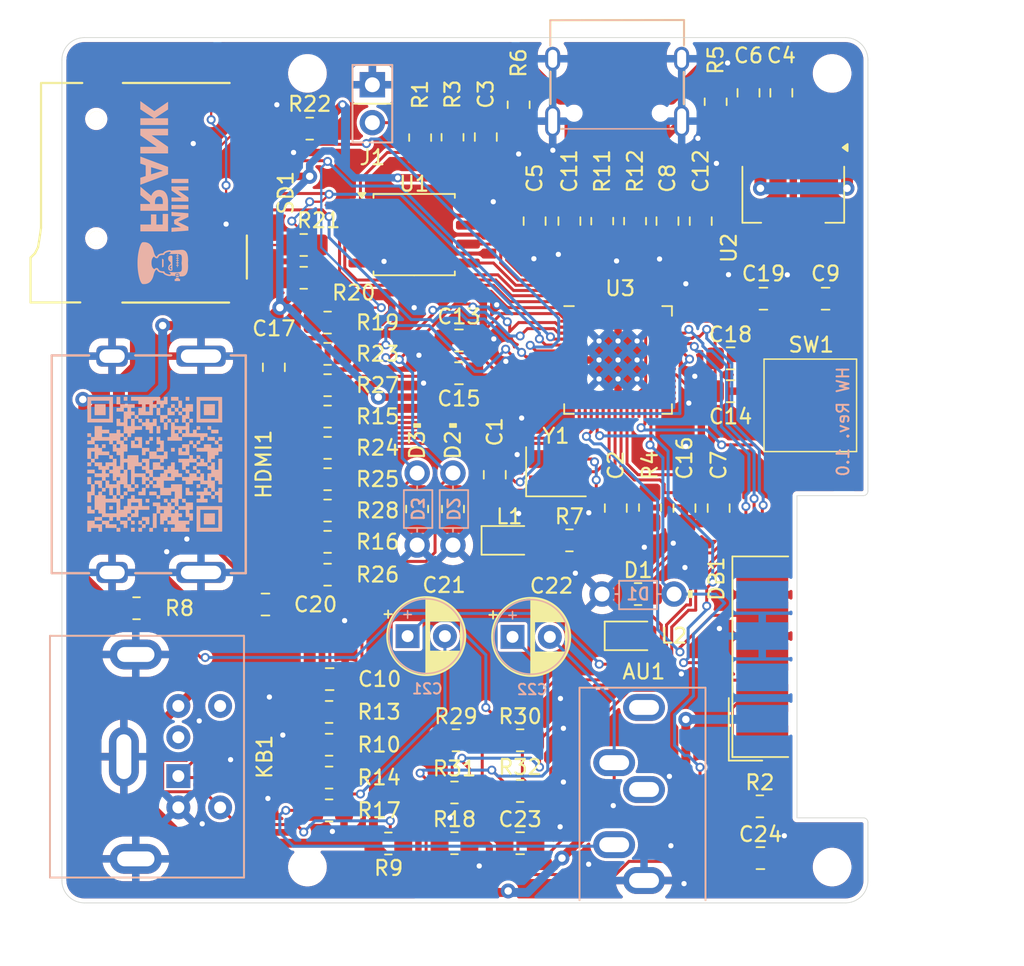
<source format=kicad_pcb>
(kicad_pcb (version 20240108) (generator "pcbnew") (generator_version "8.0")
  (title_block (title "RP2040 Minimal Design Example") (date "2024-01-16") (rev "REV2") (company "Raspberry Pi Ltd"))
  (layers (0 "F.Cu" signal) (31 "B.Cu" signal) (34 "B.Paste" user) (35 "F.Paste" user) (36 "B.SilkS" user "B.Silkscreen") (37 "F.SilkS" user "F.Silkscreen") (38 "B.Mask" user) (39 "F.Mask" user) (44 "Edge.Cuts" user))
  (net 0 "")
  (net 1 "GND")
  (net 2 "VBUS")
  (net 3 "/XIN")
  (net 4 "/XOUT")
  (net 5 "+3V3")
  (net 6 "+1V1")
  (net 7 "/~{USB_BOOT}")
  (net 8 "/GPIO15")
  (net 9 "/GPIO14")
  (net 10 "/GPIO13")
  (net 11 "/GPIO12")
  (net 12 "/GPIO11")
  (net 13 "/GPIO10")
  (net 14 "/GPIO9")
  (net 15 "/GPIO8")
  (net 16 "/GPIO7")
  (net 17 "/GPIO6")
  (net 18 "/GPIO5")
  (net 19 "/GPIO4")
  (net 20 "/GPIO3")
  (net 21 "/GPIO2")
  (net 22 "/GPIO1")
  (net 23 "/GPIO0")
  (net 24 "/GPIO25")
  (net 25 "/GPIO24")
  (net 26 "/GPIO23")
  (net 27 "/GPIO22")
  (net 28 "/GPIO21")
  (net 29 "/GPIO20")
  (net 30 "/GPIO19")
  (net 31 "/GPIO18")
  (net 32 "/GPIO17")
  (net 33 "/GPIO16")
  (net 34 "/RUN")
  (net 35 "/SWD")
  (net 36 "/SWCLK")
  (net 37 "/QSPI_SS")
  (net 38 "Net-(U3-USB_DP)")
  (net 39 "Net-(U3-USB_DM)")
  (net 40 "/QSPI_SD2")
  (net 41 "/QSPI_SD1")
  (net 42 "/D+")
  (net 43 "/QSPI_SD0")
  (net 44 "/QSPI_SCLK")
  (net 45 "/QSPI_SD3")
  (net 46 "/D-")
  (net 47 "/L")
  (net 48 "/D2P")
  (net 49 "/D1P")
  (net 50 "/CLKN")
  (net 51 "/D1N")
  (net 52 "/D0N")
  (net 53 "/D2N")
  (net 54 "/D0P")
  (net 55 "/CLKP")
  (net 56 "/PS{slash}2 CLK")
  (net 57 "/PS{slash}2 DATA")
  (net 58 "/GPIO27")
  (net 59 "/GPIO28")
  (net 60 "/GPIO26")
  (net 61 "Net-(C2-Pad1)")
  (net 69 "Net-(USB1-CC1)")
  (net 70 "Net-(USB1-CC2)")
  (net 76 "/GPIO29")
  (net 77 "/R*")
  (net 78 "/L*")
  (net 79 "/R")
  (net 80 "Net-(C21-Pad1)")
  (net 81 "Net-(C22-Pad1)")
  (net 82 "/J1_DATA")
  (net 87 "Net-(L1-A)")
  (net 88 "Net-(L2-A)")
  (footprint "Capacitor_SMD:C_0805_2012Metric_Pad1.18x1.45mm_HandSolder" (layer "F.Cu") (at 103.3375 67.3)
    (property "Reference" "C10")
    (property "Value" "0.1u")
  )
  (footprint "Resistor_SMD:R_0805_2012Metric_Pad1.20x1.40mm_HandSolder" (layer "F.Cu") (at 90.4 62.55 180)
    (property "Reference" "R8")
    (property "Value" "1K")
  )
  (footprint "Resistor_SMD:R_0805_2012Metric_Pad1.20x1.40mm_HandSolder" (layer "F.Cu") (at 129.2 28.6 90)
    (property "Reference" "R5")
    (property "Value" "5.1K")
  )
  (footprint "Capacitor_SMD:C_0805_2012Metric_Pad1.18x1.45mm_HandSolder" (layer "F.Cu") (at 117.07 36.6 90)
    (property "Reference" "C5")
    (property "Value" "100n")
  )
  (footprint "Capacitor_SMD:C_0805_2012Metric_Pad1.18x1.45mm_HandSolder" (layer "F.Cu") (at 114.4 53.6 90)
    (property "Reference" "C1")
    (property "Value" "15p")
  )
  (footprint "LIBS:HDMI" (layer "F.Cu") (at 94.717912 52.9 -90)
    (property "Reference" "HDMI1")
    (property "Value" "HDMI")
  )
  (footprint "Resistor_SMD:R_0805_2012Metric_Pad1.20x1.40mm_HandSolder" (layer "F.Cu") (at 101.6 38.2)
    (property "Reference" "R21")
    (property "Value" "10K")
  )
  (footprint "Capacitor_SMD:C_0805_2012Metric_Pad1.18x1.45mm_HandSolder" (layer "F.Cu") (at 127.11 55.8375 -90)
    (property "Reference" "C16")
    (property "Value" "100n")
  )
  (footprint "Capacitor_SMD:C_0805_2012Metric_Pad1.18x1.45mm_HandSolder" (layer "F.Cu") (at 112 46.8 180)
    (property "Reference" "C15")
    (property "Value" "100n")
  )
  (footprint "Capacitor_SMD:C_0805_2012Metric_Pad1.18x1.45mm_HandSolder" (layer "F.Cu") (at 99.6 46.4 90)
    (property "Reference" "C17")
    (property "Value" "0.1u")
  )
  (footprint "Resistor_SMD:R_0805_2012Metric_Pad1.20x1.40mm_HandSolder" (layer "F.Cu") (at 116.1 74.8)
    (property "Reference" "R32")
    (property "Value" "1k")
  )
  (footprint "Capacitor_SMD:C_0805_2012Metric_Pad1.18x1.45mm_HandSolder" (layer "F.Cu") (at 113.8 30.9625 90)
    (property "Reference" "C3")
    (property "Value" "100n")
  )
  (footprint "Resistor_SMD:R_0805_2012Metric_Pad1.20x1.40mm_HandSolder" (layer "F.Cu") (at 109.4 31 90)
    (property "Reference" "R1")
    (property "Value" "1k")
  )
  (footprint "LIBS:Medved_CP_Radial_D5.0mm_P2.50mm" (layer "F.Cu") (at 108.56 64.42)
    (property "Reference" "C21")
    (property "Value" "10u")
  )
  (footprint "Capacitor_SMD:C_0805_2012Metric_Pad1.18x1.45mm_HandSolder" (layer "F.Cu") (at 112 44.6 180)
    (property "Reference" "C13")
    (property "Value" "100n")
  )
  (footprint "Resistor_SMD:R_0805_2012Metric_Pad1.20x1.40mm_HandSolder" (layer "F.Cu") (at 103.2 60.3)
    (property "Reference" "R26")
    (property "Value" "270R")
  )
  (footprint "Resistor_SMD:R_0805_2012Metric_Pad1.20x1.40mm_HandSolder" (layer "F.Cu") (at 116 28.8 90)
    (property "Reference" "R6")
    (property "Value" "5.1K")
  )
  (footprint "LIBS:Medved_Jack_3.5mm_CUI_SJ1-3535NG_Horizontal" (layer "F.Cu") (at 124.4 80.8 180)
    (property "Reference" "AU1")
    (property "Value" "AUDIO OUT")
  )
  (footprint "Capacitor_SMD:C_0805_2012Metric_Pad1.18x1.45mm_HandSolder" (layer "F.Cu") (at 132.4 41.8)
    (property "Reference" "C19")
    (property "Value" "100n")
  )
  (footprint "Capacitor_SMD:C_0805_2012Metric_Pad1.18x1.45mm_HandSolder" (layer "F.Cu") (at 128.2 36.6 90)
    (property "Reference" "C12")
    (property "Value" "1u")
  )
  (footprint "LIBS:Medved_SD_Card" (layer "F.Cu") (at 99 34.7 90)
    (property "Reference" "SD1")
    (property "Value" "Micro SD")
  )
  (footprint "Resistor_SMD:R_0805_2012Metric_Pad1.20x1.40mm_HandSolder" (layer "F.Cu") (at 103.3 71.7 180)
    (property "Reference" "R10")
    (property "Value" "1k")
  )
  (footprint "Resistor_SMD:R_0805_2012Metric_Pad1.20x1.40mm_HandSolder" (layer "F.Cu") (at 103.2 43.4)
    (property "Reference" "R19")
    (property "Value" "10K")
  )
  (footprint "Resistor_SMD:R_0805_2012Metric_Pad1.20x1.40mm_HandSolder" (layer "F.Cu") (at 119.4 58)
    (property "Reference" "R7")
    (property "Value" "1K")
  )
  (footprint "Resistor_SMD:R_0805_2012Metric_Pad1.20x1.40mm_HandSolder" (layer "F.Cu") (at 123.8 36.6 -90)
    (property "Reference" "R12")
    (property "Value" "27")
  )
  (footprint "LIBS:Boot_Jumper" (layer "F.Cu") (at 106.2 30 180)
    (property "Reference" "J1")
    (property "Value" "Conn_01x02")
  )
  (footprint "LIBS:DSUB-9" (layer "F.Cu") (at 132.32 65.8 90)
    (property "Reference" "DB1")
    (property "Value" "Joystick")
  )
  (footprint "Resistor_SMD:R_0805_2012Metric_Pad1.20x1.40mm_HandSolder" (layer "F.Cu") (at 103.3 73.9)
    (property "Reference" "R14")
    (property "Value" "100R")
  )
  (footprint "Crystal:Crystal_SMD_3225-4Pin_3.2x2.5mm" (layer "F.Cu") (at 118.5 53.4)
    (property "Reference" "Y1")
    (property "Value" "ABM8-272-T3")
  )
  (footprint "LIBS:MountingHole_2.1mm" (layer "F.Cu") (at 137 79.9)
    (property "Reference" "REF**" (hide yes))
    (property "Value" "MountingHole_2.1mm")
  )
  (footprint "Resistor_SMD:R_0805_2012Metric_Pad1.20x1.40mm_HandSolder" (layer "F.Cu") (at 103.2 47.6)
    (property "Reference" "R27")
    (property "Value" "270R")
  )
  (footprint "Resistor_SMD:R_0805_2012Metric_Pad1.20x1.40mm_HandSolder" (layer "F.Cu") (at 111.57 30.98 -90)
    (property "Reference" "R3")
    (property "Value" "DNF")
  )
  (footprint "LIBS:Button_SMD_6x6x5" (layer "F.Cu") (at 146.89 37.25 90)
    (property "Reference" "SW1")
    (property "Value" "Reset Button" (hide yes))
  )
  (footprint "Resistor_SMD:R_0805_2012Metric_Pad1.20x1.40mm_HandSolder" (layer "F.Cu") (at 132.16 75.83 180)
    (property "Reference" "R2")
    (property "Value" "1k")
  )
  (footprint "Package_TO_SOT_SMD:SOT-223-3_TabPin2" (layer "F.Cu") (at 134.4 34.8 -90)
    (property "Reference" "U2")
    (property "Value" "NCP1117-3.3_SOT223")
  )
  (footprint "Resistor_SMD:R_0805_2012Metric_Pad1.20x1.40mm_HandSolder" (layer "F.Cu") (at 102 30.4)
    (property "Reference" "R22")
    (property "Value" "10K")
  )
  (footprint "Resistor_SMD:R_0805_2012Metric_Pad1.20x1.40mm_HandSolder" (layer "F.Cu") (at 103.2 56)
    (property "Reference" "R28")
    (property "Value" "270R")
  )
  (footprint "LED_SMD:LED_0805_2012Metric_Pad1.15x1.40mm_HandSolder" (layer "F.Cu") (at 115.375 58)
    (property "Reference" "L1")
    (property "Value" "LED")
  )
  (footprint "Resistor_SMD:R_0805_2012Metric_Pad1.20x1.40mm_HandSolder" (layer "F.Cu") (at 116.1 71.4)
    (property "Reference" "R30")
    (property "Value" "2k")
  )
  (footprint "Capacitor_SMD:C_0805_2012Metric_Pad1.18x1.45mm_HandSolder" (layer "F.Cu") (at 132.2 79.3)
    (property "Reference" "C24")
    (property "Value" "10n")
  )
  (footprint "Resistor_SMD:R_0805_2012Metric_Pad1.20x1.40mm_HandSolder" (layer "F.Cu") (at 103.2 51.8)
    (property "Reference" "R24")
    (property "Value" "270R")
  )
  (footprint "Capacitor_SMD:C_0805_2012Metric_Pad1.18x1.45mm_HandSolder" (layer "F.Cu") (at 125.97 36.6 90)
    (property "Reference" "C8")
    (property "Value" "1u")
  )
  (footprint "Resistor_SMD:R_0805_2012Metric_Pad1.20x1.40mm_HandSolder" (layer "F.Cu") (at 101.6 40.4)
    (property "Reference" "R20")
    (property "Value" "10K")
  )
  (footprint "Capacitor_SMD:C_0805_2012Metric_Pad1.18x1.45mm_HandSolder" (layer "F.Cu") (at 130.2 48)
    (property "Reference" "C14")
    (property "Value" "100n")
  )
  (footprint "Resistor_SMD:R_0805_2012Metric_Pad1.20x1.40mm_HandSolder" (layer "F.Cu") (at 103.2 49.7)
    (property "Reference" "R15")
    (property "Value" "270R")
  )
  (footprint "Capacitor_SMD:C_0805_2012Metric_Pad1.18x1.45mm_HandSolder" (layer "F.Cu") (at 116.1 78.3)
    (property "Reference" "C23")
    (property "Value" "10n")
  )
  (footprint "Capacitor_SMD:C_0805_2012Metric_Pad1.18x1.45mm_HandSolder" (layer "F.Cu") (at 122.51 55.8375 90)
    (property "Reference" "C2")
    (property "Value" "15p")
  )
  (footprint "Resistor_SMD:R_0805_2012Metric_Pad1.20x1.40mm_HandSolder" (layer "F.Cu") (at 103.2 58.1)
    (property "Reference" "R16")
    (property "Value" "270R")
  )
  (footprint "LIBS:R_0805_PLUS" (layer "F.Cu") (at 109.2 55.9 -90)
    (property "Reference" "D3")
    (property "Value" "3V3")
  )
  (footprint "LIBS:MountingHole_2.1mm" (layer "F.Cu") (at 137 26.7)
    (property "Reference" "REF**" (hide yes))
    (property "Value" "MountingHole_2.1mm")
  )
  (footprint "Capacitor_SMD:C_0805_2012Metric_Pad1.18x1.45mm_HandSolder" (layer "F.Cu") (at 99.0375 62.3)
    (property "Reference" "C20")
    (property "Value" "0.1u")
  )
  (footprint "Resistor_SMD:R_0805_2012Metric_Pad1.20x1.40mm_HandSolder" (layer "F.Cu") (at 103.2 45.5)
    (property "Reference" "R23")
    (property "Value" "270R")
  )
  (footprint "Resistor_SMD:R_0805_2012Metric_Pad1.20x1.40mm_HandSolder" (layer "F.Cu") (at 107.27 78.32)
    (property "Reference" "R9")
    (property "Value" "1k")
  )
  (footprint "LIBS:RP2040-QFN-56" (layer "F.Cu") (at 122.66 45.9075)
    (property "Reference" "U3")
    (property "Value" "RP2040")
  )
  (footprint "Package_SO:SOIC-8_5.23x5.23mm_P1.27mm" (layer "F.Cu") (at 109 37.505)
    (property "Reference" "U1")
    (property "Value" "W25Q128JVS")
  )
  (footprint "LED_SMD:LED_0805_2012Metric_Pad1.15x1.40mm_HandSolder" (layer "F.Cu") (at 123.625 64.4)
    (property "Reference" "L2")
    (property "Value" "LED")
  )
  (footprint "Capacitor_SMD:C_0805_2012Metric_Pad1.18x1.45mm_HandSolder" (layer "F.Cu") (at 136.5625 41.8)
    (property "Reference" "C9")
    (property "Value" "10u")
  )
  (footprint "Capacitor_SMD:C_0805_2012Metric_Pad1.18x1.45mm_HandSolder" (layer "F.Cu") (at 130.2 45.8)
    (property "Reference" "C18")
    (property "Value" "100n")
  )
  (footprint "LIBS:R_0805_PLUS" (layer "F.Cu") (at 124 61.6 180)
    (property "Reference" "D1")
    (property "Value" "3V3")
  )
  (footprint "Resistor_SMD:R_0805_2012Metric_Pad1.20x1.40mm_HandSolder" (layer "F.Cu") (at 103.3 76.1)
    (property "Reference" "R17")
    (property "Value" "330R")
  )
  (footprint "LIBS:MountingHole_2.1mm" (layer "F.Cu") (at 101.85 26.7)
    (property "Reference" "REF**" (hide yes))
    (property "Value" "MountingHole_2.1mm")
  )
  (footprint "Resistor_SMD:R_0805_2012Metric_Pad1.20x1.40mm_HandSolder" (layer "F.Cu") (at 111.7 78.3)
    (property "Reference" "R18")
    (property "Value" "330R")
  )
  (footprint "Resistor_SMD:R_0805_2012Metric_Pad1.20x1.40mm_HandSolder" (layer "F.Cu") (at 103.3 69.5)
    (property "Reference" "R13")
    (property "Value" "100R")
  )
  (footprint "Capacitor_SMD:C_0805_2012Metric_Pad1.18x1.45mm_HandSolder" (layer "F.Cu") (at 133.6 28 90)
    (property "Reference" "C4")
    (property "Value" "10u")
  )
  (footprint "Resistor_SMD:R_0805_2012Metric_Pad1.20x1.40mm_HandSolder" (layer "F.Cu") (at 103.2 53.9)
    (property "Reference" "R25")
    (property "Value" "270R")
  )
  (footprint "Capacitor_SMD:C_0805_2012Metric_Pad1.18x1.45mm_HandSolder" (layer "F.Cu") (at 129.4 55.8375 -90)
    (property "Reference" "C7")
    (property "Value" "100n")
  )
  (footprint "Resistor_SMD:R_0805_2012Metric_Pad1.20x1.40mm_HandSolder" (layer "F.Cu") (at 111.7 74.9)
    (property "Reference" "R31")
    (property "Value" "2k")
  )
  (footprint "LIBS:Connector_Mini-DIN_Female_6Pin_2rows" (layer "F.Cu") (at 93.2 73.8 -90)
    (property "Reference" "KB1")
    (property "Value" "PS/2")
  )
  (footprint "Resistor_SMD:R_0805_2012Metric_Pad1.20x1.40mm_HandSolder" (layer "F.Cu") (at 121.6 36.6 -90)
    (property "Reference" "R11")
    (property "Value" "27")
  )
  (footprint "LIBS:R_0805_PLUS" (layer "F.Cu") (at 111.6 55.9 -90)
    (property "Reference" "D2")
    (property "Value" "3V3")
  )
  (footprint "LIBS:Medved_CP_Radial_D5.0mm_P2.50mm" (layer "F.Cu") (at 115.59 64.47)
    (property "Reference" "C22")
    (property "Value" "10u")
  )
  (footprint "LIBS:USB-TYPE-C-31-M-12_lib2" (layer "F.Cu") (at 122.6 23.115 180)
    (property "Reference" "USB1")
    (property "Value" "USB Type C")
  )
  (footprint "Resistor_SMD:R_0805_2012Metric_Pad1.20x1.40mm_HandSolder" (layer "F.Cu") (at 124.8 55.8 -90)
    (property "Reference" "R4")
    (property "Value" "1k")
  )
  (footprint "Capacitor_SMD:C_0805_2012Metric_Pad1.18x1.45mm_HandSolder" (layer "F.Cu") (at 119.4 36.6 90)
    (property "Reference" "C11")
    (property "Value" "100n")
  )
  (footprint "LIBS:MountingHole_2.1mm" (layer "F.Cu") (at 101.85 79.9)
    (property "Reference" "REF**" (hide yes))
    (property "Value" "MountingHole_2.1mm")
  )
  (footprint "Capacitor_SMD:C_0805_2012Metric_Pad1.18x1.45mm_HandSolder" (layer "F.Cu") (at 131.4 28 90)
    (property "Reference" "C6")
    (property "Value" "10u")
  )
  (footprint "Resistor_SMD:R_0805_2012Metric_Pad1.20x1.40mm_HandSolder" (layer "F.Cu") (at 111.8 71.4)
    (property "Reference" "R29")
    (property "Value" "1k")
  )
  (footprint "LIBS:Mini_Frank_QR" (layer "B.Cu") (at 91.62 52.9 180)
    (property "Reference" "G***" (hide yes))
    (property "Value" "LOGO" (hide yes))
  )
  (gr_poly (pts (xy 92.739032 33.767999) (xy 92.739032 34.049781) (xy 93.874094 34.049781) (xy 93.874094 33.767999)) (stroke (width -0.000001)) (fill solid) (layer "B.SilkS"))
  (gr_poly (pts (xy 92.512508 35.275259) (xy 92.511008 35.234759) (xy 92.508317 35.194339) (xy 92.504438 35.154023) (xy 92.499373 35.11384) (xy 92.493125 35.073815) (xy 92.485698 35.033974) (xy 92.477094 34.994343) (xy 92.472964 34.977262) (xy 92.468482 34.960284) (xy 92.463649 34.943415) (xy 92.458468 34.926659) (xy 92.452941 34.910022) (xy 92.447071 34.893509) (xy 92.440858 34.877125) (xy 92.434307 34.860877) (xy 92.427418 34.844768) (xy 92.420194 34.828805) (xy 92.412637 34.812993) (xy 92.40475 34.797336) (xy 92.396534 34.781841) (xy 92.387992 34.766512) (xy 92.379126 34.751355) (xy 92.369938 34.736375) (xy 92.361027 34.723298) (xy 92.351748 34.71051) (xy 92.342108 34.698018) (xy 92.332115 34.685828) (xy 92.321777 34.673948) (xy 92.3111 34.662385) (xy 92.300092 34.651146) (xy 92.288761 34.640237) (xy 92.277114 34.629666) (xy 92.265159 34.61944) (xy 92.252903 34.609566) (xy 92.240354 34.600051) (xy 92.227519 34.590902) (xy 92.214406 34.582125) (xy 92.201022 34.573728) (xy 92.187375 34.565718) (xy 92.171693 34.558593) (xy 92.155841 34.551912) (xy 92.13983 34.545677) (xy 92.123669 34.53989) (xy 92.107366 34.534554) (xy 92.090933 34.52967) (xy 92.074377 34.525241) (xy 92.05771 34.521268) (xy 92.04094 34.517755) (xy 92.024076 34.514702) (xy 92.007129 34.512113) (xy 91.990107 34.509988) (xy 91.973021 34.508332) (xy 91.95588 34.507145) (xy 91.938693 34.506429) (xy 91.921469 34.506187) (xy 91.899605 34.506303) (xy 91.877827 34.5073) (xy 91.85616 34.509171) (xy 91.834629 34.511907) (xy 91.813259 34.515502) (xy 91.792076 34.519946) (xy 91.771104 34.525232) (xy 91.750369 34.531352) (xy 91.729896 34.538298) (xy 91.70971 34.546062) (xy 91.689836 34.554636) (xy 91.6703 34.564012) (xy 91.651126 34.574181) (xy 91.63234 34.585137) (xy 91.613966 34.596871) (xy 91.596031 34.609375) (xy 91.578243 34.623953) (xy 91.561018 34.639115) (xy 91.544366 34.654843) (xy 91.5283 34.67112) (xy 91.512833 34.68793) (xy 91.497976 34.705255) (xy 91.483742 34.723077) (xy 91.470143 34.741381) (xy 91.457191 34.760148) (xy 91.444899 34.779361) (xy 91.433279 34.799004) (xy 91.422344 34.81906) (xy 91.412105 34.83951) (xy 91.402574 34.860339) (xy 91.393765 34.881529) (xy 91.385688 34.903062) (xy 90.655438 34.291874) (xy 90.655438 34.855437) (xy 91.302344 35.367406) (xy 91.302344 35.45075) (xy 90.655438 35.45075) (xy 90.655438 35.907156) (xy 92.159594 35.907156) (xy 92.159594 35.454718) (xy 91.635719 35.454718) (xy 91.635719 35.343593) (xy 91.635998 35.32085) (xy 91.636835 35.298758) (xy 91.638231 35.277318) (xy 91.640184 35.256529) (xy 91.642695 35.23639) (xy 91.645765 35.216903) (xy 91.649393 35.198067) (xy 91.653578 35.179882) (xy 91.658322 35.162348) (xy 91.663624 35.145466) (xy 91.669484 35.129234) (xy 91.675903 35.113653) (xy 91.682879 35.098724) (xy 91.690413 35.084446) (xy 91.698506 35.070819) (xy 91.707157 35.057843) (xy 91.711437 35.051354) (xy 91.715912 35.045038) (xy 91.720576 35.0389) (xy 91.725424 35.032942) (xy 91.73045 35.027167) (xy 91.735649 35.021577) (xy 91.741015 35.016176) (xy 91.746543 35.010966) (xy 91.752227 35.00595) (xy 91.758062 35.001131) (xy 91.770162 34.992095) (xy 91.782801 34.983881) (xy 91.795933 34.976512) (xy 91.809516 34.97001) (xy 91.823506 34.964398) (xy 91.837858 34.959698) (xy 91.845157 34.957698) (xy 91.85253 34.955935) (xy 91.859971 34.95441) (xy 91.867476 34.953129) (xy 91.875039 34.952092) (xy 91.882655 34.951304) (xy 91.890317 34.950767) (xy 91.898021 34.950483) (xy 91.905761 34.950456) (xy 91.913532 34.950688) (xy 91.913532 34.950687) (xy 91.927722 34.950263) (xy 91.941782 34.950832) (xy 91.955665 34.952371) (xy 91.969328 34.954855) (xy 91.982728 34.958262) (xy 91.995819 34.962568) (xy 92.008558 34.96775) (xy 92.0209 34.973783) (xy 92.032802 34.980645) (xy 92.044218 34.988312) (xy 92.055106 34.996761) (xy 92.065421 35.005968) (xy 92.075118 35.015909) (xy 92.084153 35.026562) (xy 92.092483 35.037902) (xy 92.100063 35.049906) (xy 92.108136 35.065797) (xy 92.115643 35.081923) (xy 92.122583 35.098267) (xy 92.128951 35.114815) (xy 92.134744 35.131551) (xy 92.139959 35.14846) (xy 92.144593 35.165527) (xy 92.148642 35.182738) (xy 92.152104 35.200076) (xy 92.154974 35.217527) (xy 92.157249 35.235075) (xy 92.158927 35.252706) (xy 92.160004 35.270404) (xy 92.160476 35.288154) (xy 92.160341 35.305941) (xy 92.159594 35.323749) (xy 92.159594 35.454718) (xy 92.159594 35.907156) (xy 92.512813 35.907156) (xy 92.512813 35.315812)) (stroke (width -0.000001)) (fill solid) (layer "B.SilkS"))
  (gr_poly (pts (xy 91.619844 29.704) (xy 92.512813 29.116625) (xy 92.512813 28.600688) (xy 91.592063 29.227749) (xy 90.651469 28.553062) (xy 90.651469 29.104719) (xy 91.560313 29.704) (xy 90.651469 29.704) (xy 90.651469 30.160405) (xy 92.512813 30.160405) (xy 92.512813 29.704)) (stroke (width -0.000001)) (fill solid) (layer "B.SilkS"))
  (gr_poly (pts (xy 91.239241 38.104653) (xy 91.239241 38.104652) (xy 91.239241 38.104653)) (stroke (width -0.000001)) (fill solid) (layer "B.SilkS"))
  (gr_poly (pts (xy 93.037085 40.257699) (xy 93.037085 40.350568) (xy 93.229172 40.350568) (xy 93.229172 40.257699)) (stroke (width -0.000001)) (fill solid) (layer "B.SilkS"))
  (gr_poly (pts (xy 90.651469 32.271781) (xy 90.651469 32.744062) (xy 91.012626 32.867094) (xy 91.012626 33.577499) (xy 90.651469 33.692593) (xy 90.651469 34.164874) (xy 91.373782 33.895355) (xy 91.373782 33.462406) (xy 91.373782 32.986156) (xy 92.159594 33.224281) (xy 91.373782 33.462406) (xy 91.373782 33.895355) (xy 92.512813 33.470343) (xy 92.512813 32.966312)) (stroke (width -0.000001)) (fill solid) (layer "B.SilkS"))
  (gr_poly (pts (xy 92.802572 38.962154) (xy 92.800374 38.952492) (xy 92.796825 38.943635) (xy 92.792016 38.935584) (xy 92.78604 38.928342) (xy 92.77899 38.921912) (xy 92.770959 38.916295) (xy 92.762038 38.911493) (xy 92.752321 38.90751) (xy 92.7419 38.904347) (xy 92.730867 38.902006) (xy 92.719316 38.90049) (xy 92.707339 38.899801) (xy 92.695029 38.899941) (xy 92.682477 38.900913) (xy 92.669777 38.902719) (xy 92.657021 38.90536) (xy 92.644302 38.90884) (xy 92.631712 38.91316) (xy 92.619344 38.918323) (xy 92.607291 38.924331) (xy 92.595645 38.931186) (xy 92.584498 38.938891) (xy 92.573944 38.947448) (xy 92.564075 38.956858) (xy 92.554983 38.967125) (xy 92.546761 38.97825) (xy 92.539501 38.990237) (xy 92.533297 39.003086) (xy 92.52824 39.0168) (xy 92.524424 39.031382) (xy 92.521941 39.046834) (xy 92.5198 39.07051) (xy 92.518839 39.092627) (xy 92.518988 39.113262) (xy 92.520177 39.132493) (xy 92.522337 39.150397) (xy 92.525398 39.167051) (xy 92.529291 39.182533) (xy 92.533946 39.196921) (xy 92.539295 39.210292) (xy 92.545267 39.222724) (xy 92.551793 39.234294) (xy 92.558804 39.24508) (xy 92.56623 39.255159) (xy 92.574001 39.264609) (xy 92.582049 39.273508) (xy 92.590303 39.281933) (xy 92.607153 39.29767) (xy 92.623997 39.312442) (xy 92.640278 39.326868) (xy 92.65544 39.341569) (xy 92.662428 39.349217) (xy 92.668928 39.357166) (xy 92.67487 39.365494) (xy 92.680186 39.374278) (xy 92.684805 39.383597) (xy 92.688658 39.393526) (xy 92.691675 39.404145) (xy 92.693788 39.415531) (xy 92.691692 39.426824) (xy 92.688723 39.437317) (xy 92.684947 39.447092) (xy 92.68043 39.45623) (xy 92.675238 39.464812) (xy 92.669438 39.472921) (xy 92.663095 39.480636) (xy 92.656277 39.488041) (xy 92.592535 39.545855) (xy 92.576473 39.562899) (xy 92.568787 39.572259) (xy 92.56142 39.582284) (xy 92.554437 39.593058) (xy 92.547905 39.604661) (xy 92.54189 39.617174) (xy 92.536458 39.63068) (xy 92.531675 39.64526) (xy 92.527608 39.660995) (xy 92.524323 39.677967) (xy 92.521886 39.696257) (xy 92.520363 39.715947) (xy 92.51982 39.737117) (xy 92.520324 39.75985) (xy 92.521941 39.784228) (xy 92.524075 39.799714) (xy 92.527586 39.814327) (xy 92.53238 39.828067) (xy 92.538362 39.840939) (xy 92.545436 39.852943) (xy 92.553509 39.864084) (xy 92.562485 39.874362) (xy 92.57227 39.883781) (xy 92.582768 39.892343) (xy 92.593886 39.900051) (xy 92.605528 39.906907) (xy 92.6176 39.912913) (xy 92.630007 39.918072) (xy 92.642654 39.922386) (xy 92.655446 39.925859) (xy 92.668289 39.928492) (xy 92.681087 39.930287) (xy 92.693747 39.931248) (xy 92.706173 39.931377) (xy 92.71827 39.930676) (xy 92.729944 39.929148) (xy 92.733078 39.928487) (xy 92.733078 39.858443) (xy 92.726471 39.857841) (xy 92.719931 39.856916) (xy 92.713467 39.855673) (xy 92.707093 39.854118) (xy 92.700816 39.852256) (xy 92.69465 39.850092) (xy 92.688603 39.847631) (xy 92.682688 39.84488) (xy 92.676914 39.841842) (xy 92.671293 39.838523) (xy 92.665834 39.83493) (xy 92.660549 39.831066) (xy 92.655449 39.826937) (xy 92.650544 39.822549) (xy 92.645844 39.817907) (xy 92.641361 39.813016) (xy 92.637127 39.807909) (xy 92.633169 39.802621) (xy 92.62949 39.797163) (xy 92.626095 39.791548) (xy 92.622987 39.785786) (xy 92.620171 39.779889) (xy 92.61765 39.773867) (xy 92.615427 39.767733) (xy 92.613507 39.761498) (xy 92.611893 39.755173) (xy 92.61059 39.748769) (xy 92.6096 39.742298) (xy 92.608928 39.73577) (xy 92.608578 39.729198) (xy 92.608552 39.722593) (xy 92.608856 39.715965) (xy 92.608857 39.715965) (xy 92.608681 39.709043) (xy 92.608837 39.702185) (xy 92.609318 39.695402) (xy 92.610117 39.688701) (xy 92.611227 39.68209) (xy 92.612641 39.675578) (xy 92.614352 39.669174) (xy 92.616353 39.662885) (xy 92.618636 39.65672) (xy 92.621196 39.650687) (xy 92.624025 39.644794) (xy 92.627115 39.639051) (xy 92.63046 39.633465) (xy 92.634053 39.628044) (xy 92.637886 39.622798) (xy 92.641954 39.617734) (xy 92.646248 39.612861) (xy 92.650761 39.608187) (xy 92.655487 39.60372) (xy 92.660419 39.599469) (xy 92.665549 39.595442) (xy 92.670871 39.591648) (xy 92.676378 39.588094) (xy 92.682062 39.58479) (xy 92.687916 39.581743) (xy 92.693934 39.578962) (xy 92.700108 39.576455) (xy 92.706431 39.574231) (xy 92.712897 39.572298) (xy 92.719498 39.570664) (xy 92.726228 39.569338) (xy 92.733078 39.568328) (xy 92.733078 39.668737) (xy 92.731111 39.667569) (xy 92.72911 39.666501) (xy 92.727078 39.665533) (xy 92.725019 39.664663) (xy 92.722935 39.663892) (xy 92.720829 39.663218) (xy 92.718706 39.662642) (xy 92.716568 39.662163) (xy 92.714418 39.661781) (xy 92.712259 39.661494) (xy 92.710096 39.661303) (xy 92.707931 39.661207) (xy 92.705766 39.661205) (xy 92.703607 39.661298) (xy 92.701454 39.661483) (xy 92.699313 39.661762) (xy 92.697186 39.662134) (xy 92.695076 39.662597) (xy 92.692987 39.663152) (xy 92.690921 39.663798) (xy 92.688883 39.664535) (xy 92.686875 39.665362) (xy 92.6849 39.666278) (xy 92.682961 39.667284) (xy 92.681062 39.668378) (xy 92.679207 39.66956) (xy 92.677398 39.67083) (xy 92.675638 39.672187) (xy 92.673931 39.67363) (xy 92.672279 39.67516) (xy 92.670687 39.676776) (xy 92.669157 39.678476) (xy 92.667706 39.680245) (xy 92.666349 39.682062) (xy 92.665086 39.683925) (xy 92.663916 39.68583) (xy 92.662839 39.687774) (xy 92.661856 39.689754) (xy 92.660967 39.691767) (xy 92.660171 39.693809) (xy 92.659469 39.695876) (xy 92.658861 39.697967) (xy 92.658346 39.700077) (xy 92.657925 39.702203) (xy 92.657597 39.704342) (xy 92.657363 39.706491) (xy 92.657223 39.708647) (xy 92.657176 39.710806) (xy 92.657223 39.712965) (xy 92.657363 39.71512) (xy 92.657597 39.717269) (xy 92.657925 39.719409) (xy 92.658346 39.721535) (xy 92.658861 39.723645) (xy 92.659469 39.725735) (xy 92.660171 39.727803) (xy 92.660967 39.729845) (xy 92.661856 39.731857) (xy 92.662839 39.733837) (xy 92.663916 39.735781) (xy 92.665086 39.737687) (xy 92.666349 39.739549) (xy 92.667706 39.741367) (xy 92.669157 39.743135) (xy 92.670687 39.744836) (xy 92.672279 39.746451) (xy 92.673931 39.747981) (xy 92.675638 39.749425) (xy 92.677398 39.750782) (xy 92.679207 39.752052) (xy 92.681062 39.753234) (xy 92.682961 39.754328) (xy 92.6849 39.755333) (xy 92.686875 39.75625) (xy 92.690921 39.757813) (xy 92.695076 39.759014) (xy 92.699313 39.759849) (xy 92.703607 39.760314) (xy 92.707931 39.760405) (xy 92.712259 39.760117) (xy 92.714418 39.759831) (xy 92.716568 39.759448) (xy 92.718706 39.758969) (xy 92.720829 39.758393) (xy 92.722935 39.75772) (xy 92.725019 39.756949) (xy 92.727078 39.756079) (xy 92.72911 39.75511) (xy 92.731111 39.754042) (xy 92.733078 39.752874) (xy 92.733078 39.858443) (xy 92.733078 39.928487) (xy 92.7411 39.926795) (xy 92.751644 39.923619) (xy 92.76148 39.919624) (xy 92.770513 39.914811) (xy 92.77865 39.909184) (xy 92.785795 39.902744) (xy 92.791853 39.895494) (xy 92.79673 39.887436) (xy 92.800331 39.878574) (xy 92.802561 39.868908) (xy 92.803325 39.858443) (xy 92.803325 38.972618)) (stroke (width -0.000001)) (fill solid) (layer "B.SilkS"))
  (gr_poly (pts (xy 93.229046 40.186256) (xy 93.228673 40.183117) (xy 93.228059 40.180023) (xy 93.22721 40.176977) (xy 93.226132 40.173985) (xy 93.224832 40.171049) (xy 93.223315 40.168174) (xy 93.221588 40.165364) (xy 93.219657 40.162622) (xy 93.217528 40.159953) (xy 93.212701 40.154848) (xy 93.207157 40.150081) (xy 93.200944 40.145681) (xy 93.194114 40.141682) (xy 93.186713 40.138114) (xy 93.178794 40.135009) (xy 93.170404 40.132398) (xy 93.161593 40.130313) (xy 93.15241 40.128785) (xy 93.142906 40.127845) (xy 93.133128 40.127524) (xy 93.128173 40.127605) (xy 93.123281 40.127845) (xy 93.11846 40.128239) (xy 93.113716 40.128785) (xy 93.109054 40.129477) (xy 93.10448 40.130313) (xy 93.100001 40.131288) (xy 93.095624 40.132398) (xy 93.091353 40.13364) (xy 93.087195 40.135009) (xy 93.083157 40.136502) (xy 93.079243 40.138114) (xy 93.075461 40.139842) (xy 93.071817 40.141682) (xy 93.068316 40.14363) (xy 93.064965 40.145681) (xy 93.06177 40.147833) (xy 93.058736 40.150081) (xy 93.055871 40.15242) (xy 93.05318 40.154848) (xy 93.050669 40.157361) (xy 93.048344 40.159953) (xy 93.046212 40.162622) (xy 93.044278 40.165364) (xy 93.042549 40.168174) (xy 93.041031 40.171049) (xy 93.039729 40.173985) (xy 93.03865 40.176977) (xy 93.037801 40.180023) (xy 93.037187 40.183117) (xy 93.036813 40.186256) (xy 93.036688 40.189437) (xy 93.036688 40.21444) (xy 93.229172 40.21444) (xy 93.229172 40.189437)) (stroke (width -0.000001)) (fill solid) (layer "B.SilkS"))
  (gr_poly (pts (xy 92.151656 36.117499) (xy 92.151656 36.827906) (xy 91.727 36.827906) (xy 91.727 36.149249) (xy 91.365844 36.149249) (xy 91.365844 36.827906) (xy 90.655438 36.827906) (xy 90.655438 37.288281) (xy 92.512813 37.288281) (xy 92.512813 36.117499)) (stroke (width -0.000001)) (fill solid) (layer "B.SilkS"))
  (gr_poly (pts (xy 93.195438 34.549843) (xy 93.874094 34.549843) (xy 93.874094 34.279968) (xy 92.739032 34.279968) (xy 92.739032 34.549843) (xy 93.417688 35.018155) (xy 92.739032 35.018155) (xy 92.739032 35.288031) (xy 93.874094 35.288031) (xy 93.874094 35.018155)) (stroke (width -0.000001)) (fill solid) (layer "B.SilkS"))
  (gr_poly (pts (xy 92.739032 35.518218) (xy 92.739032 35.8) (xy 93.874094 35.8) (xy 93.874094 35.518218)) (stroke (width -0.000001)) (fill solid) (layer "B.SilkS"))
  (gr_poly (pts (xy 93.229172 40.47479) (xy 93.229172 40.400178) (xy 93.036688 40.400178) (xy 93.036688 40.47479) (xy 92.956122 40.47479) (xy 92.956122 40.617268) (xy 93.316088 40.617268) (xy 93.316088 40.47479)) (stroke (width -0.000001)) (fill solid) (layer "B.SilkS"))
  (gr_poly (pts (xy 93.852943 39.130239) (xy 93.849515 39.069941) (xy 93.844172 39.013762) (xy 93.837033 38.961557) (xy 93.828218 38.91318) (xy 93.817846 38.868486) (xy 93.806036 38.82733) (xy 93.792909 38.789565) (xy 93.778582 38.755048) (xy 93.763176 38.723632) (xy 93.746809 38.695171) (xy 93.729602 38.669521) (xy 93.711673 38.646536) (xy 93.693142 38.62607) (xy 93.674127 38.607979) (xy 93.654749 38.592117) (xy 93.635127 38.578338) (xy 93.61538 38.566497) (xy 93.595627 38.556448) (xy 93.575988 38.548047) (xy 93.556582 38.541147) (xy 93.537528 38.535604) (xy 93.518945 38.531271) (xy 93.483673 38.525657) (xy 93.451719 38.523142) (xy 93.424038 38.522562) (xy 93.366057 38.524137) (xy 93.283445 38.528391) (xy 93.076177 38.542108) (xy 92.865932 38.558058) (xy 92.71641 38.570584) (xy 92.715721 38.569966) (xy 92.715015 38.569369) (xy 92.714293 38.568791) (xy 92.713556 38.568234) (xy 92.712803 38.567698) (xy 92.712035 38.567183) (xy 92.711253 38.56669) (xy 92.710456 38.566219) (xy 92.704787 38.563494) (xy 92.699048 38.560946) (xy 92.693242 38.558577) (xy 92.687374 38.556386) (xy 92.681447 38.554375) (xy 92.675467 38.552545) (xy 92.669437 38.550896) (xy 92.663362 38.54943) (xy 92.657245 38.548148) (xy 92.651091 38.54705) (xy 92.644904 38.546137) (xy 92.638688 38.545411) (xy 92.632447 38.544873) (xy 92.626186 38.544522) (xy 92.619908 38.544361) (xy 92.613619 38.54439) (xy 92.599398 38.544881) (xy 92.585218 38.545874) (xy 92.571089 38.547366) (xy 92.557027 38.549356) (xy 92.543044 38.551842) (xy 92.529153 38.55482) (xy 92.515367 38.55829) (xy 92.5017 38.562249) (xy 92.47702 38.568762) (xy 92.452523 38.575888) (xy 92.42822 38.583624) (xy 92.404122 38.591966) (xy 92.38024 38.600909) (xy 92.356587 38.610449) (xy 92.333173 38.620583) (xy 92.31001 38.631306) (xy 92.302148 38.635334) (xy 92.294423 38.63959) (xy 92.286841 38.644071) (xy 92.279404 38.648772) (xy 92.272119 38.65369) (xy 92.264989 38.658821) (xy 92.25802 38.664161) (xy 92.251215 38.669707) (xy 92.244579 38.675454) (xy 92.238117 38.681398) (xy 92.231834 38.687536) (xy 92.225733 38.693864) (xy 92.21982 38.700379) (xy 92.214098 38.707075) (xy 92.208574 38.71395) (xy 92.20325 38.720999) (xy 92.200362 38.725486) (xy 92.197561 38.730026) (xy 92.194847 38.734618) (xy 92.192221 38.73926) (xy 92.189684 38.743951) (xy 92.187236 38.748689) (xy 92.184879 38.753475) (xy 92.182613 38.758306) (xy 92.165248 38.759139) (xy 92.147904 38.760274) (xy 92.130585 38.76171) (xy 92.113294 38.763446) (xy 92.096037 38.765483) (xy 92.078816 38.767818) (xy 92.061636 38.770453) (xy 92.0445 38.773387) (xy 92.028509 38.776344) (xy 92.012606 38.779708) (xy 91.9968 38.783476) (xy 91.981098 38.787647) (xy 91.965508 38.792218) (xy 91.950037 38.797187) (xy 91.934693 38.802553) (xy 91.919485 38.808312) (xy 91.91044 38.812694) (xy 91.901576 38.817383) (xy 91.8929 38.822374) (xy 91.88442 38.82766) (xy 91.876141 38.833236) (xy 91.868071 38.839094) (xy 91.860217 38.84523) (xy 91.852586 38.851636) (xy 91.845186 38.858307) (xy 91.838023 38.865236) (xy 91.831104 38.872418) (xy 91.824437 38.879845) (xy 91.818028 38.887513) (xy 91.811884 38.895415) (xy 91.806013 38.903545) (xy 91.800422 38.911896) (xy 91.787065 38.932503) (xy 91.780819 38.941957) (xy 91.774824 38.95084) (xy 91.769052 38.959145) (xy 91.763476 38.96687) (xy 91.758067 38.974008) (xy 91.752797 38.980556) (xy 91.734938 38.980556) (xy 91.73288 38.980331) (xy 91.730838 38.980025) (xy 91.728815 38.979641) (xy 91.726812 38.979178) (xy 91.724832 38.978637) (xy 91.722877 38.978021) (xy 91.720949 38.977329) (xy 91.71905 38.976562) (xy 91.717182 38.975721) (xy 91.715348 38.974808) (xy 91.71355 38.973824) (xy 91.71179 38.972768) (xy 91.71007 38.971642) (xy 91.708392 38.970448) (xy 91.706759 38.969185) (xy 91.705172 38.967856) (xy 91.702059 38.965198) (xy 91.698994 38.962488) (xy 91.695978 38.959727) (xy 91.693012 38.956914) (xy 91.690096 38.954051) (xy 91.687231 38.951139) (xy 91.684418 38.948178) (xy 91.681657 38.945168) (xy 91.678948 38.942111) (xy 91.676293 38.939007) (xy 91.673691 38.935857) (xy 91.671145 38.932661) (xy 91.668653 38.92942) (xy 91.666217 38.926136) (xy 91.663838 38.922808) (xy 91.661516 38.919437) (xy 91.650373 38.901662) (xy 91.639819 38.88355) (xy 91.629862 38.865115) (xy 91.62051 38.846373) (xy 91.611769 38.827338) (xy 91.603646 38.808025) (xy 91.596149 38.788449) (xy 91.589285 38.768625) (xy 91.584601 38.755729) (xy 91.580014 38.741513) (xy 91.575437 38.726069) (xy 91.570781 38.70949) (xy 91.560877 38.6733) (xy 91.555454 38.653875) (xy 91.549597 38.633687) (xy 91.524445 38.546871) (xy 91.517518 38.523981) (xy 91.510139 38.500746) (xy 91.502211 38.477233) (xy 91.493638 38.453506) (xy 91.484567 38.427415) (xy 91.474497 38.401776) (xy 91.463448 38.376613) (xy 91.451439 38.351953) (xy 91.438487 38.327822) (xy 91.424612 38.304245) (xy 91.409834 38.281248) (xy 91.394169 38.258858) (xy 91.377638 38.237099) (xy 91.36026 38.215998) (xy 91.342052 38.195581) (xy 91.323035 38.175873) (xy 91.303226 38.1569) (xy 91.282645 38.138689) (xy 91.26131 38.121264) (xy 91.239242 38.104653) (xy 91.239241 38.104653) (xy 91.219982 38.092882) (xy 91.200344 38.081864) (xy 91.180352 38.071605) (xy 91.160027 38.062113) (xy 91.139392 38.053392) (xy 91.118469 38.04545) (xy 91.09728 38.038293) (xy 91.075849 38.031926) (xy 91.054196 38.026355) (xy 91.032346 38.021588) (xy 91.010319 38.01763) (xy 90.988138 38.014488) (xy 90.965826 38.012167) (xy 90.943405 38.010674) (xy 90.920897 38.010015) (xy 90.898325 38.010196) (xy 90.879784 38.010357) (xy 90.861019 38.010891) (xy 90.85153 38.01132) (xy 90.841957 38.011871) (xy 90.832291 38.012551) (xy 90.822522 38.013371) (xy 90.819453 38.013692) (xy 90.816401 38.014114) (xy 90.81337 38.014634) (xy 90.810362 38.015253) (xy 90.807379 38.015969) (xy 90.804423 38.016782) (xy 90.801497 38.017691) (xy 90.798602 38.018694) (xy 90.795743 38.019792) (xy 90.792919 38.020983) (xy 90.790135 38.022267) (xy 90.787393 38.023642) (xy 90.784694 38.025107) (xy 90.78204 38.026663) (xy 90.779436 38.028307) (xy 90.776882 38.03004) (xy 90.774639 38.031631) (xy 90.772422 38.033256) (xy 90.770232 38.034915) (xy 90.768068 38.036607) (xy 90.765932 38.038333) (xy 90.763824 38.040092) (xy 90.761743 38.041883) (xy 90.759691 38.043706) (xy 90.757667 38.045561) (xy 90.755673 38.047447) (xy 90.753708 38.049365) (xy 90.751773 38.051313) (xy 90.749868 38.053292) (xy 90.747993 38.055302) (xy 90.74615 38.05734) (xy 90.744338 38.059409) (xy 90.736269 38.069359) (xy 90.728511 38.079543) (xy 90.72107 38.089953) (xy 90.71395 38.100581) (xy 90.707155 38.111421) (xy 90.700692 38.122465) (xy 90.694563 38.133705) (xy 90.688775 38.145133) (xy 90.672476 38.179864) (xy 90.657079 38.214984) (xy 90.642591 38.250474) (xy 90.629017 38.286317) (xy 90.616365 38.322496) (xy 90.60464 38.358993) (xy 90.59385 38.39579) (xy 90.584 38.432869) (xy 90.555283 38.553685) (xy 90.530495 38.675269) (xy 90.509648 38.797525) (xy 90.492754 38.920357) (xy 90.479825 39.04367) (xy 90.470871 39.167368) (xy 90.465905 39.291353) (xy 90.464938 39.415531) (xy 90.465841 39.507045) (xy 90.468481 39.596235) (xy 90.472752 39.683011) (xy 90.47855 39.76728) (xy 90.485768 39.848951) (xy 90.494301 39.927934) (xy 90.504045 40.004137) (xy 90.514895 40.077469) (xy 90.526744 40.147838) (xy 90.539488 40.215153) (xy 90.553021 40.279322) (xy 90.567239 40.340256) (xy 90.582035 40.397862) (xy 90.597306 40.452048) (xy 90.612945 40.502725) (xy 90.628847 40.5498) (xy 90.637451 40.574475) (xy 90.646757 40.598876) (xy 90.656758 40.622989) (xy 90.667447 40.646799) (xy 90.678819 40.670291) (xy 90.690865 40.69345) (xy 90.703579 40.716262) (xy 90.716954 40.738712) (xy 90.719824 40.743223) (xy 90.722798 40.747659) (xy 90.725875 40.75202) (xy 90.729053 40.756302) (xy 90.73233 40.760506) (xy 90.735706 40.764628) (xy 90.739177 40.768667) (xy 90.742743 40.772622) (xy 90.746403 40.776491) (xy 90.750154 40.780272) (xy 90.753995 40.783964) (xy 90.757925 40.787564) (xy 90.761942 40.791072) (xy 90.766045 40.794485) (xy 90.770231 40.797802) (xy 90.7745 40.801021) (xy 90.777093 40.802824) (xy 90.779737 40.804539) (xy 90.782431 40.806166) (xy 90.785173 40.807704) (xy 90.787959 40.809152) (xy 90.790788 40.810509) (xy 90.793658 40.811773) (xy 90.796566 40.812946) (xy 90.79951 40.814024) (xy 90.802487 40.815008) (xy 90.805496 40.815897) (xy 90.808535 40.81669) (xy 90.8116 40.817385) (xy 90.81469 40.817983) (xy 90.817802 40.818481) (xy 90.820935 40.818881) (xy 90.830703 40.819929) (xy 90.840369 40.820716) (xy 90.849942 40.82128) (xy 90.859432 40.821659) (xy 90.868847 40.821888) (xy 90.878196 40.822006) (xy 90.896738 40.822056) (xy 90.914239 40.822134) (xy 90.931712 40.821737) (xy 90.949149 40.820866) (xy 90.96654 40.819523) (xy 90.983876 40.81771) (xy 91.001146 40.815429) (xy 91.018343 40.812682) (xy 91.035455 40.80947) (xy 91.052474 40.805796) (xy 91.06939 40.801661) (xy 91.086194 40.797067) (xy 91.102877 40.792017) (xy 91.119428 40.786512) (xy 91.135838 40.780554) (xy 91.152099 40.774145) (xy 91.1682 40.767287) (xy 91.181466 40.760894) (xy 91.194538 40.754154) (xy 91.207408 40.747071) (xy 91.220071 40.73965) (xy 91.232521 40.731896) (xy 91.244751 40.723813) (xy 91.256754 40.715407) (xy 91.268524 40.706683) (xy 91.280055 40.697644) (xy 91.291341 40.688297) (xy 91.302374 40.678646) (xy 91.31315 40.668695) (xy 91.32366 40.658451) (xy 91.3339 40.647916) (xy 91.343862 40.637098) (xy 91.353541 40.625999) (xy 91.369391 40.605244) (xy 91.38466 40.584098) (xy 91.399344 40.562576) (xy 91.413435 40.540688) (xy 91.426927 40.518448) (xy 91.439816 40.495868) (xy 91.452094 40.472961) (xy 91.463755 40.449739) (xy 91.474793 40.426214) (xy 91.485203 40.4024) (xy 91.494978 40.378308) (xy 91.504113 40.353952) (xy 91.5126 40.329343) (xy 91.520434 40.304494) (xy 91.527609 40.279418) (xy 91.534119 40.254128) (xy 91.549752 40.197108) (xy 91.563637 40.145036) (xy 91.570074 40.12138) (xy 91.576256 40.099588) (xy 91.582243 40.079871) (xy 91.588094 40.062437) (xy 91.59342 40.047401) (xy 91.599086 40.032496) (xy 91.60509 40.017729) (xy 91.611429 40.003105) (xy 91.6181 39.988629) (xy 91.625102 39.974308) (xy 91.632431 39.960147) (xy 91.640085 39.946152) (xy 91.643191 39.940277) (xy 91.646434 39.934483) (xy 91.649812 39.928773) (xy 91.653322 39.92315) (xy 91.656964 39.917615) (xy 91.660735 39.912171) (xy 91.664633 39.906819) (xy 91.668657 39.901563) (xy 91.672806 39.896404) (xy 91.677077 39.891345) (xy 91.681468 39.886387) (xy 91.685978 39.881534) (xy 91.690605 39.876787) (xy 91.695348 39.872148) (xy 91.700204 39.86762) (xy 91.705172 39.863206) (xy 91.70674 39.861845) (xy 91.708359 39.860556) (xy 91.710025 39.859338) (xy 91.711737 39.858192) (xy 91.713492 39.857121) (xy 91.715287 39.856125) (xy 91.717121 39.855204) (xy 91.71899 39.85436) (xy 91.720893 39.853594) (xy 91.722827 39.852908) (xy 91.724789 39.852301) (xy 91.726776 39.851775) (xy 91.728788 39.851332) (xy 91.73082 39.850972) (xy 91.732871 39.850696) (xy 91.734938 39.850506) (xy 91.753194 39.850506) (xy 91.758333 39.857101) (xy 91.763649 39.864353) (xy 91.76917 39.872209) (xy 91.774923 39.880618) (xy 91.787239 39.898893) (xy 91.800819 39.918768) (xy 91.806372 39.927154) (xy 91.812211 39.935314) (xy 91.818329 39.943243) (xy 91.824718 39.950934) (xy 91.831371 39.958381) (xy 91.83828 39.965577) (xy 91.845439 39.972516) (xy 91.85284 39.979192) (xy 91.860476 39.985599) (xy 91.868339 39.991729) (xy 91.876422 39.997576) (xy 91.884718 40.003135) (xy 91.89322 40.008398) (xy 91.901919 40.01336) (xy 91.910809 40.018013) (xy 91.919882 40.022352) (xy 91.935002 40.028229) (xy 91.95027 40.033679) (xy 91.965679 40.038699) (xy 91.981218 40.043288) (xy 91.996879 40.047443) (xy 92.012652 40.051162) (xy 92.028529 40.05444) (xy 92.044501 40.057278) (xy 92.061569 40.060422) (xy 92.078687 40.06325) (xy 92.095852 40.065762) (xy 92.113058 40.067956) (xy 92.130302 40.069832) (xy 92.14758 40.07139) (xy 92.164886 40.07263) (xy 92.182216 40.073549) (xy 92.184571 40.078267) (xy 92.187005 40.082943) (xy 92.189519 40.087576) (xy 92.19211 40.092164) (xy 92.19478 40.096709) (xy 92.197527 40.101207) (xy 92.200351 40.105658) (xy 92.20325 40.110062) (xy 92.206594 40.114439) (xy 92.210022 40.118743) (xy 92.213536 40.122974) (xy 92.217133 40.127131) (xy 92.220812 40.131213) (xy 92.224572 40.135217) (xy 92.228412 40.139144) (xy 92.23233 40.142992) (xy 92.236325 40.146759) (xy 92.240397 40.150445) (xy 92.244543 40.154048) (xy 92.248763 40.157568) (xy 92.253055 40.161002) (xy 92.257419 40.164351) (xy 92.261852 40.167612) (xy 92.266354 40.170784) (xy 92.280033 40.179152) (xy 92.293872 40.18723) (xy 92.307865 40.195016) (xy 92.322008 40.202509) (xy 92.336296 40.209706) (xy 92.350724 40.216606) (xy 92.365289 40.223206) (xy 92.379984 40.229505) (xy 92.394806 40.235501) (xy 92.409749 40.241191) (xy 92.424809 40.246574) (xy 92.439982 40.251648) (xy 92.455262 40.256411) (xy 92.470645 40.26086) (xy 92.486126 40.264995) (xy 92.501701 40.268812) (xy 92.515377 40.272797) (xy 92.529166 40.276327) (xy 92.543055 40.279401) (xy 92.557034 40.282018) (xy 92.571091 40.284174) (xy 92.585215 40.285868) (xy 92.599395 40.287098) (xy 92.613619 40.287862) (xy 92.617334 40.287886) (xy 92.617334 40.178772) (xy 92.614413 40.178721) (xy 92.604022 40.178272) (xy 92.593662 40.177467) (xy 92.583341 40.176306) (xy 92.57307 40.174792) (xy 92.562857 40.172925) (xy 92.552711 40.170708) (xy 92.542641 40.168142) (xy 92.532657 40.165228) (xy 92.510664 40.159237) (xy 92.488839 40.152697) (xy 92.467193 40.14561) (xy 92.445736 40.137982) (xy 92.424478 40.129816) (xy 92.40343 40.121115) (xy 92.3826 40.111883) (xy 92.362 40.102124) (xy 92.357015 40.099699) (xy 92.352115 40.097126) (xy 92.347303 40.094408) (xy 92.342582 40.091547) (xy 92.337955 40.088545) (xy 92.333426 40.085405) (xy 92.328996 40.08213) (xy 92.32467 40.078722) (xy 92.320449 40.075183) (xy 92.316338 40.071516) (xy 92.31234 40.067723) (xy 92.308456 40.063807) (xy 92.304691 40.05977) (xy 92.301047 40.055614) (xy 92.297527 40.051343) (xy 92.294135 40.046959) (xy 92.290689 40.041547) (xy 92.287429 40.036028) (xy 92.284358 40.030406) (xy 92.281477 40.024686) (xy 92.27879 40.018872) (xy 92.276298 40.01297) (xy 92.274004 40.006985) (xy 92.27191 40.000921) (xy 92.258813 39.964409) (xy 92.219125 39.964409) (xy 92.199614 39.964139) (xy 92.180121 39.963434) (xy 92.160653 39.962296) (xy 92.141218 39.960725) (xy 92.121822 39.958721) (xy 92.102474 39.956285) (xy 92.08318 39.953418) (xy 92.063947 39.950121) (xy 92.051003 39.947806) (xy 92.03813 39.945157) (xy 92.025334 39.942176) (xy 92.012623 39.938863) (xy 92.000001 39.935222) (xy 91.987477 39.931253) (xy 91.975056 39.926958) (xy 91.962744 39.92234) (xy 91.957147 39.919489) (xy 91.951668 39.916447) (xy 91.94631 39.913218) (xy 91.941079 39.909807) (xy 91.935978 39.906216) (xy 91.931011 39.902452) (xy 91.926184 39.898516) (xy 91.9215 39.894414) (xy 91.916964 39.890148) (xy 91.912581 39.885724) (xy 91.908354 39.881145) (xy 91.904287 39.876414) (xy 91.900387 39.871537) (xy 91.896655 39.866516) (xy 91.893098 39.861357) (xy 91.889719 39.856062) (xy 91.88136 39.842537) (xy 91.872628 39.829261) (xy 91.863528 39.816241) (xy 91.854067 39.803486) (xy 91.844251 39.791002) (xy 91.834085 39.778797) (xy 91.823574 39.766879) (xy 91.812725 39.755256) (xy 91.797247 39.741365) (xy 91.733747 39.741365) (xy 91.727306 39.741699) (xy 91.720902 39.742291) (xy 91.714543 39.74314) (xy 91.708236 39.744243) (xy 91.701988 39.745597) (xy 91.695808 39.7472) (xy 91.689701 39.749048) (xy 91.683676 39.751139) (xy 91.67774 39.753471) (xy 91.6719 39.75604) (xy 91.666164 39.758843) (xy 91.660538 39.761879) (xy 91.655031 39.765145) (xy 91.649649 39.768637) (xy 91.6444 39.772353) (xy 91.639291 39.77629) (xy 91.633127 39.781362) (xy 91.627102 39.786593) (xy 91.62122 39.791979) (xy 91.615483 39.797517) (xy 91.609894 39.803205) (xy 91.604457 39.80904) (xy 91.599173 39.815018) (xy 91.594047 39.821137) (xy 91.570896 39.808545) (xy 91.549216 39.794261) (xy 91.529013 39.778247) (xy 91.510288 39.760465) (xy 91.493044 39.740878) (xy 91.477284 39.71945) (xy 91.463012 39.696143) (xy 91.45023 39.67092) (xy 91.43894 39.643743) (xy 91.429146 39.614576) (xy 91.420851 39.583381) (xy 91.414058 39.550121) (xy 91.408769 39.514759) (xy 91.404988 39.477257) (xy 91.402717 39.437579) (xy 91.40196 39.395687) (xy 91.402625 39.356121) (xy 91.40462 39.318514) (xy 91.407945 39.282834) (xy 91.412601 39.249048) (xy 91.415427 39.232855) (xy 91.418587 39.217125) (xy 91.422078 39.201852) (xy 91.425902 39.187032) (xy 91.430059 39.172663) (xy 91.434548 39.158739) (xy 91.43937 39.145256) (xy 91.444525 39.132212) (xy 91.450011 39.119601) (xy 91.455831 39.107419) (xy 91.461983 39.095664) (xy 91.468467 39.08433) (xy 91.475284 39.073414) (xy 91.482434 39.062911) (xy 91.489916 39.052819) (xy 91.497731 39.043132) (xy 91.505878 39.033846) (xy 91.514358 39.024959) (xy 91.52317 39.016465) (xy 91.532315 39.008361) (xy 91.541792 39.000642) (xy 91.551602 38.993306) (xy 91.561744 38.986347) (xy 91.572219 38.979762) (xy 91.575763 38.984951) (xy 91.579402 38.990069) (xy 91.583135 38.995115) (xy 91.58696 39.000087) (xy 91.590877 39.004985) (xy 91.594885 39.009807) (xy 91.598982 39.014552) (xy 91.603167 39.019218) (xy 91.607439 39.023805) (xy 91.611797 39.028311) (xy 91.61624 39.032735) (xy 91.620767 39.037076) (xy 91.625376 39.041332) (xy 91.630067 39.045502) (xy 91.634838 39.049585) (xy 91.639688 39.053581) (xy 91.644797 39.057518) (xy 91.650046 39.061234) (xy 91.655428 39.064726) (xy 91.660936 39.067991) (xy 91.666561 39.071027) (xy 91.672298 39.073831) (xy 91.678137 39.0764) (xy 91.684074 39.078731) (xy 91.690098 39.080823) (xy 91.696205 39.082671) (xy 91.702386 39.084273) (xy 91.708633 39.085627) (xy 91.71494 39.08673) (xy 91.721299 39.087579) (xy 91.727703 39.088172) (xy 91.734144 39.088505) (xy 91.797247 39.088505) (xy 91.812726 39.074615) (xy 91.82361 39.062967) (xy 91.834146 39.051016) (xy 91.844328 39.038772) (xy 91.85415 39.026241) (xy 91.863607 39.013431) (xy 91.872691 39.000351) (xy 91.881397 38.987009) (xy 91.889719 38.973412) (xy 91.89312 38.968154) (xy 91.896696 38.963031) (xy 91.900442 38.958046) (xy 91.904355 38.953202) (xy 91.90843 38.948504) (xy 91.912663 38.943955) (xy 91.91705 38.93956) (xy 91.921586 38.935322) (xy 91.926267 38.931244) (xy 91.93109 38.927331) (xy 91.936049 38.923587) (xy 91.94114 38.920016) (xy 91.94636 38.91662) (xy 91.951703 38.913405) (xy 91.957166 38.910374) (xy 91.962745 38.907531) (xy 91.975056 38.902912) (xy 91.987477 38.898618) (xy 92.000001 38.894649) (xy 92.012621 38.891008) (xy 92.025331 38.887695) (xy 92.038124 38.884714) (xy 92.050994 38.882066) (xy 92.063933 38.879752) (xy 92.082724 38.876559) (xy 92.101575 38.873795) (xy 92.12048 38.87146) (xy 92.139431 38.869556) (xy 92.158421 38.868083) (xy 92.177443 38.867041) (xy 92.196489 38.866432) (xy 92.215553 38.866256) (xy 92.255241 38.866256) (xy 92.268338 38.83014) (xy 92.270432 38.824076) (xy 92.272726 38.818091) (xy 92.275218 38.812189) (xy 92.277906 38.806375) (xy 92.280786 38.800655) (xy 92.283857 38.795033) (xy 92.287117 38.789514) (xy 92.290563 38.784102) (xy 92.292492 38.781466) (xy 92.294475 38.778873) (xy 92.296511 38.776324) (xy 92.2986 38.773821) (xy 92.30074 38.771363) (xy 92.302931 38.768953) (xy 92.305173 38.76659) (xy 92.307464 38.764275) (xy 92.309803 38.762009) (xy 92.31219 38.759794) (xy 92.314624 38.757629) (xy 92.317105 38.755515) (xy 92.31963 38.753453) (xy 92.322201 38.751445) (xy 92.324815 38.74949) (xy 92.327473 38.74759) (xy 92.351211 38.733928) (xy 92.37544 38.721226) (xy 92.400131 38.709495) (xy 92.425254 38.698748) (xy 92.450781 38.688997) (xy 92.47668 38.680253) (xy 92.502924 38.672528) (xy 92.529482 38.665834) (xy 92.539466 38.66292) (xy 92.549536 38.660353) (xy 92.559682 38.658136) (xy 92.569895 38.65627) (xy 92.580166 38.654755) (xy 92.590487 38.653595) (xy 92.600847 38.652789) (xy 92.611238 38.65234) (xy 92.614162 38.652254) (xy 92.617082 38.652258) (xy 92.619997 38.652351) (xy 92.622904 38.652532) (xy 92.625802 38.652801) (xy 92.628688 38.653158) (xy 92.631561 38.653603) (xy 92.634419 38.654134) (xy 92.637259 38.654752) (xy 92.640079 38.655456) (xy 92.642878 38.656246) (xy 92.645653 38.657121) (xy 92.648404 38.658082) (xy 92.651126 38.659126) (xy 92.65382 38.660255) (xy 92.656482 38.661468) (xy 92.6578 38.66218) (xy 92.659093 38.662932) (xy 92.660358 38.663725) (xy 92.661595 38.664558) (xy 92.662804 38.665429) (xy 92.663982 38.666338) (xy 92.665131 38.667285) (xy 92.666247 38.668268) (xy 92.667332 38.669286) (xy 92.668383 38.670339) (xy 92.6694 38.671426) (xy 92.670382 38.672546) (xy 92.671328 38.673699) (xy 92.672238 38.674883) (xy 92.67311 38.676098) (xy 92.673944 38.677343) (xy 92.674998 38.679265) (xy 92.67599 38.681216) (xy 92.676918 38.683194) (xy 92.677784 38.685198) (xy 92.678585 38.687226) (xy 92.679322 38.689276) (xy 92.679995 38.691348) (xy 92.680603 38.693438) (xy 92.681145 38.695547) (xy 92.681621 38.697672) (xy 92.682031 38.699812) (xy 92.682375 38.701966) (xy 92.682651 38.704131) (xy 92.682859 38.706306) (xy 92.683 38.70849) (xy 92.683072 38.710681) (xy 92.683072 38.730921) (xy 92.554088 38.820218) (xy 92.733147 38.811233) (xy 92.812302 38.808058) (xy 92.884933 38.805782) (xy 92.951331 38.804417) (xy 93.01179 38.803977) (xy 93.066603 38.804477) (xy 93.116063 38.805931) (xy 93.116063 38.903165) (xy 93.050182 38.903165) (xy 93.050182 38.952774) (xy 93.116063 38.952774) (xy 93.116063 39.060328) (xy 93.050182 39.060328) (xy 93.050182 39.109937) (xy 93.116063 39.109937) (xy 93.116063 39.21749) (xy 93.050182 39.21749) (xy 93.050182 39.2671) (xy 93.116063 39.2671) (xy 93.116063 39.374653) (xy 93.050182 39.374653) (xy 93.050182 39.424262) (xy 93.116063 39.424262) (xy 93.116063 39.531815) (xy 93.050182 39.531815) (xy 93.050182 39.581425) (xy 93.116063 39.581425) (xy 93.116063 39.688184) (xy 93.166863 39.688184) (xy 93.166863 39.581425) (xy 93.233141 39.581425) (xy 93.233141 39.531815) (xy 93.166863 39.531815) (xy 93.166863 39.424262) (xy 93.233141 39.424262) (xy 93.233141 39.374653) (xy 93.166863 39.374653) (xy 93.166863 39.267099) (xy 93.233141 39.267099) (xy 93.233141 39.21749) (xy 93.166863 39.21749) (xy 93.166863 39.109937) (xy 93.233141 39.109937) (xy 93.233141 39.060328) (xy 93.166863 39.060328) (xy 93.166863 38.952774) (xy 93.233141 38.952774) (xy 93.233141 38.903165) (xy 93.168847 38.903165) (xy 93.168847 38.808709) (xy 93.18485 38.809932) (xy 93.20013 38.811293) (xy 93.214703 38.812792) (xy 93.228588 38.814427) (xy 93.241802 38.816197) (xy 93.254365 38.818101) (xy 93.266292 38.820139) (xy 93.277603 38.822308) (xy 93.288316 38.824608) (xy 93.298447 38.827037) (xy 93.308015 38.829596) (xy 93.317038 38.832282) (xy 93.325534 38.835094) (xy 93.33352 38.838032) (xy 93.341015 38.841093) (xy 93.348036 38.844279) (xy 93.354602 38.847586) (xy 93.360729 38.851014) (xy 93.366437 38.854562) (xy 93.371742 38.858229) (xy 93.376663 38.862013) (xy 93.381217 38.865915) (xy 93.385423 38.869931) (xy 93.389299 38.874063) (xy 93.392862 38.878307) (xy 93.396129 38.882664) (xy 93.39912 38.887132) (xy 93.401852 38.89171) (xy 93.404342 38.896398) (xy 93.406609 38.901193) (xy 93.40867 38.906095) (xy 93.410544 38.911102) (xy 93.415398 38.926377) (xy 93.419635 38.942667) (xy 93.423287 38.959874) (xy 93.426383 38.9779) (xy 93.431029 39.016014) (xy 93.433817 39.056222) (xy 93.434989 39.097737) (xy 93.434787 39.139772) (xy 93.433453 39.18154) (xy 93.431231 39.222252) (xy 93.42509 39.297366) (xy 93.418302 39.358815) (xy 93.410544 39.415531) (xy 93.418302 39.472023) (xy 93.42509 39.533277) (xy 93.431231 39.608213) (xy 93.434787 39.690591) (xy 93.434989 39.73262) (xy 93.433817 39.774169) (xy 93.431029 39.814458) (xy 93.426383 39.852705) (xy 93.419635 39.888132) (xy 93.410544 39.919959) (xy 93.403255 39.936393) (xy 93.393251 39.951585) (xy 93.379798 39.965496) (xy 93.362163 39.978082) (xy 93.339611 39.989304) (xy 93.311411 39.999119) (xy 93.276826 40.007487) (xy 93.235125 40.014365) (xy 93.185574 40.019714) (xy 93.127437 40.023491) (xy 93.059983 40.025656) (xy 92.982477 40.026166) (xy 92.794376 40.02206) (xy 92.557263 40.010843) (xy 92.686247 40.099743) (xy 92.686247 40.120381) (xy 92.686224 40.121856) (xy 92.686167 40.12333) (xy 92.686077 40.1248) (xy 92.685952 40.126268) (xy 92.685795 40.127731) (xy 92.685604 40.129189) (xy 92.685379 40.130643) (xy 92.685122 40.132091) (xy 92.684831 40.133532) (xy 92.684508 40.134967) (xy 92.684152 40.136394) (xy 92.683762 40.137813) (xy 92.683341 40.139224) (xy 92.682887 40.140626) (xy 92.6824 40.142018) (xy 92.681881 40.143399) (xy 92.681117 40.145483) (xy 92.680258 40.14752) (xy 92.679307 40.149507) (xy 92.678267 40.151443) (xy 92.677139 40.153323) (xy 92.675927 40.155146) (xy 92.674632 40.156908) (xy 92.673257 40.158608) (xy 92.671805 40.160241) (xy 92.670277 40.161805) (xy 92.668676 40.163298) (xy 92.667004 40.164717) (xy 92.665264 40.166058) (xy 92.663458 40.16732) (xy 92.661588 40.168499) (xy 92.659657 40.169593) (xy 92.656984 40.170772) (xy 92.654283 40.171872) (xy 92.651554 40.172892) (xy 92.6488 40.173832) (xy 92.646022 40.174691) (xy 92.643222 40.175469) (xy 92.640402 40.176166) (xy 92.637564 40.176781) (xy 92.634709 40.177315) (xy 92.63184 40.177766) (xy 92.628957 40.178134) (xy 92.626064 40.178419) (xy 92.623161 40.178621) (xy 92.62025 40.178738) (xy 92.617334 40.178772) (xy 92.617334 40.287886) (xy 92.619919 40.287902) (xy 92.626206 40.287747) (xy 92.632476 40.287397) (xy 92.638725 40.286854) (xy 92.644948 40.286119) (xy 92.651141 40.285193) (xy 92.6573 40.284077) (xy 92.66342 40.282771) (xy 92.669497 40.281278) (xy 92.675526 40.279597) (xy 92.681503 40.27773) (xy 92.687424 40.275677) (xy 92.693284 40.273441) (xy 92.699079 40.271021) (xy 92.704805 40.26842) (xy 92.710457 40.265637) (xy 92.716013 40.261668) (xy 92.83195 40.270747) (xy 92.997 40.283099) (xy 92.997 40.189437) (xy 92.997176 40.184117) (xy 92.997696 40.178878) (xy 92.998554 40.173725) (xy 92.99974 40.168663) (xy 93.001248 40.163699) (xy 93.003067 40.158839) (xy 93.005191 40.154088) (xy 93.00761 40.149452) (xy 93.010318 40.144937) (xy 93.013305 40.140548) (xy 93.016563 40.136293) (xy 93.020085 40.132175) (xy 93.023861 40.128202) (xy 93.027885 40.124379) (xy 93.036638 40.117206) (xy 93.04628 40.110702) (xy 93.056745 40.104915) (xy 93.067966 40.09989) (xy 93.079879 40.095675) (xy 93.092417 40.092316) (xy 93.105515 40.089858) (xy 93.119108 40.08835) (xy 93.133128 40.087837) (xy 93.140187 40.087966) (xy 93.147145 40.08835) (xy 93.153993 40.088983) (xy 93.160724 40.089858) (xy 93.16733 40.090971) (xy 93.173803 40.092316) (xy 93.180134 40.093886) (xy 93.186316 40.095675) (xy 93.19234 40.097679) (xy 93.198199 40.09989) (xy 93.203883 40.102304) (xy 93.209387 40.104915) (xy 93.2147 40.107716) (xy 93.219815 40.110702) (xy 93.224725 40.113867) (xy 93.22942 40.117206) (xy 93.233894 40.120711) (xy 93.238137 40.124379) (xy 93.242142 40.128202) (xy 93.245901 40.132175) (xy 93.249405 40.136293) (xy 93.252647 40.140548) (xy 93.255619 40.144937) (xy 93.258311 40.149452) (xy 93.260718 40.154088) (xy 93.26283 40.158839) (xy 93.264638 40.163699) (xy 93.266137 40.168663) (xy 93.267316 40.173725) (xy 93.268168 40.178878) (xy 93.268685 40.184117) (xy 93.26886 40.189437) (xy 93.26886 40.301753) (xy 93.317384 40.304481) (xy 93.36029 40.306614) (xy 93.396275 40.308003) (xy 93.411266 40.308372) (xy 93.424038 40.308499) (xy 93.483673 40.305404) (xy 93.518945 40.29979) (xy 93.556582 40.289915) (xy 93.595627 40.274613) (xy 93.635127 40.252724) (xy 93.654749 40.238945) (xy 93.674127 40.223082) (xy 93.693142 40.204991) (xy 93.711673 40.184526) (xy 93.729602 40.161541) (xy 93.746809 40.13589) (xy 93.763176 40.10743) (xy 93.778582 40.076014) (xy 93.792909 40.041496) (xy 93.806036 40.003732) (xy 93.817846 39.962575) (xy 93.828218 39.917881) (xy 93.837033 39.869505) (xy 93.844172 39.817299) (xy 93.849515 39.761121) (xy 93.852943 39.700823) (xy 93.854338 39.63626) (xy 93.853578 39.567287) (xy 93.850546 39.493759) (xy 93.845122 39.415531) (xy 93.850546 39.337302) (xy 93.853578 39.263774) (xy 93.854338 39.194801)) (stroke (width -0.000001)) (fill solid) (layer "B.SilkS"))
  (gr_poly (pts (xy 92.109191 39.108349) (xy 92.109191 39.722315) (xy 92.214363 39.648099) (xy 92.214363 39.182962)) (stroke (width -0.000001)) (fill solid) (layer "B.SilkS"))
  (gr_poly (pts (xy 91.405532 30.850968) (xy 92.512813 30.850968) (xy 92.512813 30.410437) (xy 90.651469 30.410437) (xy 90.651469 30.850969) (xy 91.75875 31.620906) (xy 90.651469 31.620906) (xy 90.651469 32.061437) (xy 92.512813 32.061437) (xy 92.512813 31.620906)) (stroke (width -0.000001)) (fill solid) (layer "B.SilkS"))
  (gr_poly (pts (xy 93.179563 36.653281) (xy 93.874094 36.323875) (xy 93.874094 36.069875) (xy 92.739032 35.982562) (xy 92.739032 36.256406) (xy 93.374031 36.292124) (xy 92.917625 36.518343) (xy 92.917625 36.788218) (xy 93.374031 37.010469) (xy 92.739032 37.046187) (xy 92.739032 37.320031) (xy 93.874094 37.236687) (xy 93.874094 36.982687)) (stroke (width -0.000001)) (fill solid) (layer "B.SilkS"))
  (gr_line (start 111.4 50.4) (end 111.4 50.2) (stroke (width 0.12)) (layer "F.SilkS"))
  (gr_line (start 127.4 61.8) (end 127.4 61.4) (stroke (width 0.12)) (layer "F.SilkS"))
  (gr_line (start 111.4 50.2) (end 111.8 50.2) (stroke (width 0.12)) (layer "F.SilkS"))
  (gr_line (start 109.4 50.3) (end 109 50.3) (stroke (width 0.12)) (layer "F.SilkS"))
  (gr_line (start 127.6 61.8) (end 127.4 61.8) (stroke (width 0.12)) (layer "F.SilkS"))
  (gr_line (start 111.8 50.3) (end 111.4 50.3) (stroke (width 0.12)) (layer "F.SilkS"))
  (gr_line (start 109 50.4) (end 109 50.2) (stroke (width 0.12)) (layer "F.SilkS"))
  (gr_line (start 109.4 50.4) (end 109 50.4) (stroke (width 0.12)) (layer "F.SilkS"))
  (gr_line (start 127.4 61.4) (end 127.6 61.4) (stroke (width 0.12)) (layer "F.SilkS"))
  (gr_line (start 111.8 50.4) (end 111.4 50.4) (stroke (width 0.12)) (layer "F.SilkS"))
  (gr_line (start 127.6 61.4) (end 127.6 61.8) (stroke (width 0.12)) (layer "F.SilkS"))
  (gr_line (start 111.8 50.2) (end 111.8 50.4) (stroke (width 0.12)) (layer "F.SilkS"))
  (gr_line (start 109 50.2) (end 109.4 50.2) (stroke (width 0.12)) (layer "F.SilkS"))
  (gr_line (start 127.5 61.8) (end 127.5 61.4) (stroke (width 0.12)) (layer "F.SilkS"))
  (gr_line (start 109.4 50.2) (end 109.4 50.4) (stroke (width 0.12)) (layer "F.SilkS"))
  (gr_line (start 139.1 55) (end 134.64724 55) (stroke (width 0.05)) (layer "Edge.Cuts"))
  (gr_line (start 134.64724 55) (end 134.64724 76.6) (stroke (width 0.05)) (layer "Edge.Cuts"))
  (gr_line (start 137.9 82.3) (end 86.9 82.3) (stroke (width 0.05)) (layer "Edge.Cuts"))
  (gr_arc (start 139.4 80.8) (mid 138.96066 81.86066) (end 137.9 82.3) (stroke (width 0.05)) (layer "Edge.Cuts"))
  (gr_line (start 139.4 80.8) (end 139.4 76.9) (stroke (width 0.05)) (layer "Edge.Cuts"))
  (gr_line (start 139.1 76.6) (end 134.64724 76.6) (stroke (width 0.05)) (layer "Edge.Cuts"))
  (gr_arc (start 86.9 82.3) (mid 85.83934 81.86066) (end 85.4 80.8) (stroke (width 0.05)) (layer "Edge.Cuts"))
  (gr_arc (start 139.1 76.6) (mid 139.312132 76.687868) (end 139.4 76.9) (stroke (width 0.05)) (layer "Edge.Cuts"))
  (gr_arc (start 137.9 24.3) (mid 138.96066 24.73934) (end 139.4 25.8) (stroke (width 0.05)) (layer "Edge.Cuts"))
  (gr_line (start 85.4 25.8) (end 85.4 80.8) (stroke (width 0.05)) (layer "Edge.Cuts"))
  (gr_line (start 137.9 24.3) (end 86.9 24.3) (stroke (width 0.05)) (layer "Edge.Cuts"))
  (gr_line (start 139.4 54.7) (end 139.4 25.8) (stroke (width 0.05)) (layer "Edge.Cuts"))
  (gr_arc (start 85.4 25.8) (mid 85.83934 24.73934) (end 86.9 24.3) (stroke (width 0.05)) (layer "Edge.Cuts"))
  (gr_arc (start 139.4 54.7) (mid 139.312132 54.912132) (end 139.1 55) (stroke (width 0.05)) (layer "Edge.Cuts"))
  (gr_text "HW Rev. 1.0" (at 138.2 53.8 90) (layer "B.SilkS") (effects (font (size 0.8 0.8) (thickness 0.13)) (justify right bottom mirror)))
  (segment (start 110.3025 47.46) (end 110.9625 46.8) (width 0.5) (layer "F.Cu") (net 1))
  (segment (start 109.32 45.59) (end 110.31 44.6) (width 0.5) (layer "F.Cu") (net 1))
  (segment (start 131.3625 48.1) (end 131.3625 48.0375) (width 0.5) (layer "F.Cu") (net 1))
  (segment (start 112.7 78.3) (end 111.4 77) (width 0.2) (layer "F.Cu") (net 1))
  (segment (start 126.005 30.81) (end 126.92 29.895) (width 0.5) (layer "F.Cu") (net 1))
  (segment (start 110.31 44.6) (end 110.9625 44.6) (width 0.5) (layer "F.Cu") (net 1))
  (segment (start 133.8 78.7375) (end 133.2375 79.3) (width 0.2) (layer "F.Cu") (net 1))
  (segment (start 111.4 77) (end 111.4 76.6) (width 0.2) (layer "F.Cu") (net 1))
  (segment (start 125.825 30.81) (end 126.005 30.81) (width 0.5) (layer "F.Cu") (net 1))
  (segment (start 133.8 77.8) (end 133.8 78.7375) (width 0.2) (layer "F.Cu") (net 1))
  (segment (start 109.63 47.46) (end 110.3025 47.46) (width 0.5) (layer "F.Cu") (net 1))
  (segment (start 131.2425 47.98) (end 131.3625 48.1) (width 0.2) (layer "F.Cu") (net 1))
  (via (at 129.25 32.73) (size 0.6) (drill 0.35) (layers "F.Cu" "B.Cu") (net 1))
  (via (at 125.44 39.14) (size 0.6) (drill 0.35) (layers "F.Cu" "B.Cu") (net 1))
  (via (at 96.4 36.8) (size 0.6) (drill 0.35) (layers "F.Cu" "B.Cu") (net 1))
  (via (at 114.3 35.3) (size 0.6) (drill 0.35) (layers "F.Cu" "B.Cu") (net 1))
  (via (at 116 56.2) (size 0.6) (drill 0.35) (layers "F.Cu" "B.Cu") (net 1))
  (via (at 117.02 39.12) (size 0.6) (drill 0.35) (layers "F.Cu" "B.Cu") (net 1))
  (via (at 119 74.2) (size 0.6) (drill 0.35) (layers "F.Cu" "B.Cu") (net 1))
  (via (at 130.06 40.19) (size 0.6) (drill 0.35) (layers "F.Cu" "B.Cu") (net 1))
  (via (at 113.36 79.825) (size 0.6) (drill 0.35) (layers "F.Cu" "B.Cu") (net 1))
  (via (at 94.2 31.4) (size 0.6) (drill 0.35) (layers "F.Cu" "B.Cu") (net 1))
  (via (at 127.8 47) (size 0.6) (drill 0.35) (layers "F.Cu" "B.Cu") (net 1))
  (via (at 119 70.6) (size 0.6) (drill 0.35) (layers "F.Cu" "B.Cu") (net 1))
  (via (at 111.4 76.6) (size 0.6) (drill 0.35) (layers "F.Cu" "B.Cu") (net 1))
  (via (at 93.77 57.91) (size 0.6) (drill 0.35) (layers "F.Cu" "B.Cu") (net 1))
  (via (at 100.2 71.05) (size 0.6) (drill 0.35) (layers "F.Cu" "B.Cu") (net 1))
  (via (at 118.8 68.6) (size 0.6) (drill 0.35) (layers "F.Cu" "B.Cu") (net 1))
  (via (at 115.9 52.25) (size 0.6) (drill 0.35) (layers "F.Cu" "B.Cu") (net 1))
  (via (at 104.34 63.38) (size 0.6) (drill 0.35) (layers "F.Cu" "B.Cu") (net 1))
  (via (at 92.42 58.76) (size 0.6) (drill 0.35) (layers "F.Cu" "B.Cu") (net 1))
  (via (at 129.45 63.91) (size 0.6) (drill 0.35) (layers "F.Cu" "B.Cu") (net 1))
  (via (at 109.32 45.59) (size 0.6) (drill 0.35) (layers "F.Cu" "B.Cu") (net 1))
  (via (at 126.36 58.19) (size 0.6) (drill 0.35) (layers "F.Cu" "B.Cu") (net 1))
  (via (at 127.14 59.82) (size 0.6) (drill 0.35) (layers "F.Cu" "B.Cu") (net 1))
  (via (at 116.2 49.8) (size 0.6) (drill 0.35) (layers "F.Cu" "B.Cu") (net 1))
  (via (at 103.52 77.51) (size 0.6) (drill 0.35) (layers "F.Cu" "B.Cu") (net 1))
  (via (at 122.56 39.27) (size 0.6) (drill 0.35) (layers "F.Cu" "B.Cu") (net 1))
  (via (at 127.2 51.7) (size 0.6) (drill 0.35) (layers "F.Cu" "B.Cu") (net 1))
  (via (at 127.08 81.01) (size 0.6) (drill 0.35) (layers "F.Cu" "B.Cu") (net 1))
  (via (at 94.6 70.1) (size 0.6) (drill 0.35) (layers "F.Cu" "B.Cu") (net 1))
  (via (at 96.7 72.7) (size 0.6) (drill 0.35) (layers "F.Cu" "B.Cu") (net 1))
  (via (at 115.14 46) (size 0.6) (drill 0.35) (layers "F.Cu" "B.Cu") (net 1))
  (via (at 126.9 66.95) (size 0.6) (drill 0.35) (layers "F.Cu" "B.Cu") (net 1))
  (via (at 100.92 32) (size 0.6) (drill 0.35) (layers "F.Cu" "B.Cu") (net 1))
  (via (at 133.8 77.8) (size 0.6) (drill 0.35) (layers "F.Cu" "B.Cu") (net 1))
  (via (at 124.42 58.46) (size 0.6) (drill 0.35) (layers "F.Cu" "B.Cu") (net 1))
  (via (at 130 26) (size 0.6) (drill 0.35) (layers "F.Cu" "B.Cu") (net 1))
  (via (at 114.53 42.21) (size 0.6) (drill 0.35) (layers "F.Cu" "B.Cu") (net 1))
  (via (at 127.4 48.8) (size 0.6) (drill 0.35) (layers "F.Cu" "B.Cu") (net 1))
  (via (at 114.334695 44.495305) (size 0.6) (drill 0.35) (layers "F.Cu" "B.Cu") (net 1))
  (via (at 127.2 40.8) (size 0.6) (drill 0.35) (layers "F.Cu" "B.Cu") (net 1))
  (via (at 99.8 28.8) (size 0.6) (drill 0.35) (layers "F.Cu" "B.Cu") (net 1))
  (via (at 94.8 77) (size 0.6) (drill 0.35) (layers "F.Cu" "B.Cu") (net 1))
  (via (at 106.98 39.3) (size 0.6) (drill 0.35) (layers "F.Cu" "B.Cu") (net 1))
  (via (at 119.8 60.2) (size 0.6) (drill 0.35) (layers "F.Cu" "B.Cu") (net 1))
  (via (at 99.2 75.3) (size 0.6) (drill 0.35) (layers "F.Cu" "B.Cu") (net 1))
  (via (at 120.69 79.71) (size 0.6) (drill 0.35) (layers "F.Cu" "B.Cu") (net 1))
  (via (at 109.63 47.46) (size 0.6) (drill 0.35) (layers "F.Cu" "B.Cu") (net 1))
  (via (at 118.29 31.85) (size 0.6) (drill 0.35) (layers "F.Cu" "B.Cu") (net 1))
  (via (at 116 32.1) (size 0.6) (drill 0.35) (layers "F.Cu" "B.Cu") (net 1))
  (via (at 118.78 77.2) (size 0.6) (drill 0.35) (layers "F.Cu" "B.Cu") (net 1))
  (via (at 126.2 78.47) (size 0.6) (drill 0.35) (layers "F.Cu" "B.Cu") (net 1))
  (via (at 122.34 75.78) (size 0.6) (drill 0.35) (layers "F.Cu" "B.Cu") (net 1))
  (via (at 118.66 38.83) (size 0.6) (drill 0.35) (layers "F.Cu" "B.Cu") (net 1))
  (via (at 120.7 56.15) (size 0.6) (drill 0.35) (layers "F.Cu" "B.Cu") (net 1))
  (via (at 128.01 31.05) (size 0.6) (drill 0.35) (layers "F.Cu" "B.Cu") (net 1))
  (via (at 109 42.4) (size 0.6) (drill 0.35) (layers "F.Cu" "B.Cu") (net 1))
  (via (at 99.3 68.5) (size 0.6) (drill 0.35) (layers "F.Cu" "B.Cu") (net 1))
  (via (at 134 40.2) (size 0.6) (drill 0.35) (layers "F.Cu" "B.Cu") (net 1))
  (via (at 126.1 73.82) (size 0.6) (drill 0.35) (layers "F.Cu" "B.Cu") (net 1))
  (segment (start 132.6 76.6) (end 133.8 77.8) (width 0.2) (layer "B.Cu") (net 1))
  (segment (start 111.4 76.6) (end 132.6 76.6) (width 0.2) (layer "B.Cu") (net 1))
  (segment (start 91.6 76.067767) (end 93.832233 78.3) (width 0.6) (layer "F.Cu") (net 2))
  (segment (start 115.3 81.5) (end 115.2 81.6) (width 0.6) (layer "F.Cu") (net 2))
  (segment (start 91.72 57.13) (end 92.48 57.89) (width 0.3) (layer "F.Cu") (net 2))
  (segment (start 132.2 34.4) (end 132.2 31.75) (width 0.8) (layer "F.Cu") (net 2))
  (segment (start 109.55 81.6) (end 106.27 78.32) (width 0.6) (layer "F.Cu") (net 2))
  (segment (start 138 30.6) (end 138 34.4) (width 0.8) (layer "F.Cu") (net 2))
  (segment (start 127.2 74.709188) (end 127.2 70) (width 0.6) (layer "F.Cu") (net 2))
  (segment (start 96.44512 64.8) (end 102 64.8) (width 0.8) (layer "F.Cu") (net 2))
  (segment (start 106.25 78.3) (end 106.27 78.32) (width 0.6) (layer "F.Cu") (net 2))
  (segment (start 134.875 26.286702) (end 134.875 27.475) (width 0.8) (layer "F.Cu") (net 2))
  (segment (start 102 67) (end 102.3 67.3) (width 0.8) (layer "F.Cu") (net 2))
  (segment (start 132.1 31.65) (end 132.1 29.7375) (width 0.8) (layer "F.Cu") (net 2))
  (segment (start 93.748529 58.76) (end 95.897152 58.76) (width 0.3) (layer "F.Cu") (net 2))
  (segment (start 91.72 51.107912) (end 91.72 57.13) (width 0.3) (layer "F.Cu") (net 2))
  (segment (start 129.6 25) (end 133.588298 25) (width 0.8) (layer "F.Cu") (net 2))
  (segment (start 102 64.8) (end 102 67) (width 0.8) (layer "F.Cu") (net 2))
  (segment (start 106.27 73.67) (end 106.27 78.32) (width 0.6) (layer "F.Cu") (net 2))
  (segment (start 115.2 81.6) (end 109.55 81.6) (width 0.6) (layer "F.Cu") (net 2))
  (segment (start 126.21 28.39) (end 129.6 25) (width 0.8) (layer "F.Cu") (net 2))
  (segment (start 124.929188 76.98) (end 127.2 74.709188) (width 0.6) (layer "F.Cu") (net 2))
  (segment (start 96.44512 64.8) (end 98 63.24512) (width 0.8) (layer "F.Cu") (net 2))
  (segment (start 90.357912 30.842088) (end 90.357912 46.372792) (width 0.8) (layer "F.Cu") (net 2))
  (segment (start 120.15 30.021016) (end 121.781016 28.39) (width 0.4) (layer "F.Cu") (net 2))
  (segment (start 93.927912 48.9) (end 91.72 51.107912) (width 0.3) (layer "F.Cu") (net 2))
  (segment (start 95.477912 48.9) (end 93.927912 48.9) (width 0.3) (layer "F.Cu") (net 2))
  (segment (start 122.81 28.39) (end 126.21 28.39) (width 0.8) (layer "F.Cu") (net 2))
  (segment (start 98 60.862848) (end 98 62.3) (width 0.3) (layer "F.Cu") (net 2))
  (segment (start 93.2 69.1) (end 95 67.3) (width 0.6) (layer "F.Cu") (net 2))
  (segment (start 89.22 57.57488) (end 96.44512 64.8) (width 0.8) (layer "F.Cu") (net 2))
  (segment (start 91.6 70.7) (end 91.6 76.067767) (width 0.6) (layer "F.Cu") (net 2))
  (segment (start 121.22 76.98) (end 124.929188 76.98) (width 0.6) (layer "F.Cu") (net 2))
  (segment (start 118.9 79.3) (end 121.22 76.98) (width 0.6) (layer "F.Cu") (net 2))
  (segment (start 95.897152 58.76) (end 98 60.862848) (width 0.3) (layer "F.Cu") (net 2))
  (segment (start 120.15 30.81) (end 120.15 30.021016) (width 0.4) (layer "F.Cu") (net 2))
  (segment (start 92.48 57.89) (end 92.878529 57.89) (width 0.3) (layer "F.Cu") (net 2))
  (segment (start 93.2 69.1) (end 91.6 70.7) (width 0.6) (layer "F.Cu") (net 2))
  (segment (start 118.809924 28.39) (end 115.419924 25) (width 0.8) (layer "F.Cu") (net 2))
  (segment (start 90.357912 46.372792) (end 89.22 47.510704) (width 0.8) (layer "F.Cu") (net 2))
  (segment (start 132.1 29.7375) (end 131.4 29.0375) (width 0.8) (layer "F.Cu") (net 2))
  (segment (start 115.419924 25) (end 96.2 25) (width 0.8) (layer "F.Cu") (net 2))
  (segment (start 125.05 30.021016) (end 123.418984 28.39) (width 0.4) (layer "F.Cu") (net 2))
  (segment (start 121.781016 28.39) (end 122.81 28.39) (width 0.4) (layer "F.Cu") (net 2))
  (segment (start 98 63.24512) (end 98 62.3) (width 0.8) (layer "F.Cu") (net 2))
  (segment (start 96.2 25) (end 90.357912 30.842088) (width 0.8) (layer "F.Cu") (net 2))
  (segment (start 92.878529 57.89) (end 93.748529 58.76) (width 0.3) (layer "F.Cu") (net 2))
  (segment (start 89.22 47.510704) (end 89.22 57.57488) (width 0.8) (layer "F.Cu") (net 2))
  (segment (start 95 67.3) (end 102.3 67.3) (width 0.6) (layer "F.Cu") (net 2))
  (segment (start 125.05 30.81) (end 125.05 30.021016) (width 0.4) (layer "F.Cu") (net 2))
  (segment (start 133.588298 25) (end 134.875 26.286702) (width 0.8) (layer "F.Cu") (net 2))
  (segment (start 93.832233 78.3) (end 106.25 78.3) (width 0.6) (layer "F.Cu") (net 2))
  (segment (start 122.81 28.39) (end 118.809924 28.39) (width 0.8) (layer "F.Cu") (net 2))
  (segment (start 134.875 27.475) (end 138 30.6) (width 0.8) (layer "F.Cu") (net 2))
  (segment (start 104.3 71.7) (end 106.27 73.67) (width 0.6) (layer "F.Cu") (net 2))
  (segment (start 123.418984 28.39) (end 122.81 28.39) (width 0.4) (layer "F.Cu") (net 2))
  (segment (start 132.2 31.75) (end 132.1 31.65) (width 0.8) (layer "F.Cu") (net 2))
  (via (at 132.2 34.4) (size 1) (drill 0.5) (layers "F.Cu" "B.Cu") (net 2))
  (via (at 127.2 70) (size 1) (drill 0.5) (layers "F.Cu" "B.Cu") (net 2))
  (via (at 138 34.4) (size 1) (drill 0.5) (layers "F.Cu" "B.Cu") (net 2))
  (via (at 115.3 81.5) (size 1) (drill 0.5) (layers "F.Cu" "B.Cu") (net 2))
  (via (at 118.9 79.3) (size 1) (drill 0.5) (layers "F.Cu" "B.Cu") (net 2))
  (segment (start 138 34.4) (end 132.2 34.4) (width 0.8) (layer "B.Cu") (net 2))
  (segment (start 115.3 81.5) (end 115.4 81.6) (width 0.6) (layer "B.Cu") (net 2))
  (segment (start 132.655 70) (end 132.7 69.955) (width 0.6) (layer "B.Cu") (net 2))
  (segment (start 115.4 81.6) (end 116.6 81.6) (width 0.6) (layer "B.Cu") (net 2))
  (segment (start 127.2 70) (end 132.655 70) (width 0.6) (layer "B.Cu") (net 2))
  (segment (start 116.6 81.6) (end 118.9 79.3) (width 0.6) (layer "B.Cu") (net 2))
  (segment (start 122.06 52.54) (end 122.06 49.345) (width 0.2) (layer "F.Cu") (net 3))
  (segment (start 118.25 53.4) (end 121.2 53.4) (width 0.2) (layer "F.Cu") (net 3))
  (segment (start 117.4 54.25) (end 118.25 53.4) (width 0.2) (layer "F.Cu") (net 3))
  (segment (start 117.0125 54.6375) (end 117.4 54.25) (width 0.2) (layer "F.Cu") (net 3))
  (segment (start 121.2 53.4) (end 122.06 52.54) (width 0.2) (layer "F.Cu") (net 3))
  (segment (start 114.4 54.6375) (end 117.0125 54.6375) (width 0.2) (layer "F.Cu") (net 3))
  (segment (start 122.46 53.16) (end 122.46 49.345) (width 0.2) (layer "F.Cu") (net 4))
  (segment (start 124.1 54.8) (end 122.46 53.16) (width 0.2) (layer "F.Cu") (net 4))
  (segment (start 124.8 54.8) (end 124.1 54.8) (width 0.2) (layer "F.Cu") (net 4))
  (segment (start 98.8 43.6) (end 100 42.4) (width 0.6) (layer "F.Cu") (net 5))
  (segment (start 134.4 29.6375) (end 134.4 31.65) (width 0.5) (layer "F.Cu") (net 5))
  (segment (start 127.11 54.8) (end 125.75 54.8) (width 0.2) (layer "F.Cu") (net 5))
  (segment (start 122.86 40.86) (end 122.86 42.47) (width 0.2) (layer "F.Cu") (net 5))
  (segment (start 134.4 37.95) (end 134.4 31.65) (width 0.5) (layer "F.Cu") (net 5))
  (segment (start 127.65315 48) (end 129.1625 48) (width 0.2) (layer "F.Cu") (net 5))
  (segment (start 122.86 53.06) (end 122.86 49.345) (width 0.2) (layer "F.Cu") (net 5))
  (segment (start 113.8 34.4) (end 113.8 32) (width 0.2) (layer "F.Cu") (net 5))
  (segment (start 100.742723 41.657277) (end 102.8 41.657277) (width 0.5) (layer "F.Cu") (net 5))
  (segment (start 120.4375 36.6) (end 120.7 36.6) (width 0.5) (layer "F.Cu") (net 5))
  (segment (start 119.4 37.6375) (end 120.4375 36.6) (width 0.5) (layer "F.Cu") (net 5))
  (segment (start 123.26 41.26) (end 122.86 40.86) (width 0.2) (layer "F.Cu") (net 5))
  (segment (start 89.4 62.55) (end 88.97654 62.55) (width 0.6) (layer "F.Cu") (net 5))
  (segment (start 135.525 39.075) (end 135.525 41.8) (width 0.5) (layer "F.Cu") (net 5))
  (segment (start 126.56065 46.9075) (end 127.65315 48) (width 0.2) (layer "F.Cu") (net 5))
  (segment (start 129.1625 43.6) (end 129.1625 45.8) (width 0.2) (layer "F.Cu") (net 5))
  (segment (start 92.15 43.6) (end 98.8 43.6) (width 0.6) (layer "F.Cu") (net 5))
  (segment (start 102.8 41.657277) (end 102.6 41.457277) (width 0.5) (layer "F.Cu") (net 5))
  (segment (start 127 36.6) (end 127.1 36.7) (width 0.5) (layer "F.Cu") (net 5))
  (segment (start 127.2 36.7) (end 128.1375 37.6375) (width 0.5) (layer "F.Cu") (net 5))
  (segment (start 128.24 51.901334) (end 128.24 48.9225) (width 0.5) (layer "F.Cu") (net 5))
  (segment (start 115.5 35.731166) (end 115.5 33.6) (width 0.5) (layer "F.Cu") (net 5))
  (segment (start 128.2 37.6375) (end 124.86 40.9775) (width 0.2) (layer "F.Cu") (net 5))
  (segment (start 127.1 36.7) (end 127.2 36.7) (width 0.5) (layer "F.Cu") (net 5))
  (segment (start 128.87 43.3075) (end 126.0975 43.3075) (width 0.2) (layer "F.Cu") (net 5))
  (segment (start 107.047227 41.657277) (end 107.5 42.11005) (width 0.5) (layer "F.Cu") (net 5))
  (segment (start 128.24 48.9225) (end 129.1625 48) (width 0.5) (layer "F.Cu") (net 5))
  (segment (start 130.525 54.186334) (end 128.24 51.901334) (width 0.5) (layer "F.Cu") (net 5))
  (segment (start 107.5 42.11005) (end 107.5 42.68995) (width 0.5) (layer "F.Cu") (net 5))
  (segment (start 103 30) (end 104.2 28.8) (width 0.6) (layer "F.Cu") (net 5))
  (segment (start 128.0975 55.7875) (end 130.151166 55.7875) (width 0.5) (layer "F.Cu") (net 5))
  (segment (start 123.26 42.47) (end 123.26 41.26) (width 0.2) (layer "F.Cu") (net 5))
  (segment (start 131.3625 41.8) (end 130.3775 41.8) (width 0.2) (layer "F.Cu") (net 5))
  (segment (start 100 42.4) (end 100 44.9625) (width 0.5) (layer "F.Cu") (net 5))
  (segment (start 112.6 35.6) (end 113.8 34.4) (width 0.2) (layer "F.Cu") (net 5))
  (segment (start 121.5 39.5) (end 122.86 40.86) (width 0.2) (layer "F.Cu") (net 5))
  (segment (start 131.3625 40.9875) (end 131.3625 41.8) (width 0.5) (layer "F.Cu") (net 5))
  (segment (start 107.5 42.68995) (end 106.78995 43.4) (width 0.5) (layer "F.Cu") (net 5))
  (segment (start 113.8 32) (end 111.9 30.1) (width 0.6) (layer "F.Cu") (net 5))
  (segment (start 104 41.657277) (end 104.257277 41.4) (width 0.5) (layer "F.Cu") (net 5))
  (segment (start 112.967768 41.4) (end 113.635094 42.067326) (width 0.5) (layer "F.Cu") (net 5))
  (segment (start 127.11 54.8) (end 128.0975 55.7875) (width 0.5) (layer "F.Cu") (net 5))
  (segment (start 113.9 32) (end 113.8 32) (width 0.5) (layer "F.Cu") (net 5))
  (segment (start 112.1 33.7) (end 107.9 33.7) (width 0.5) (layer "F.Cu") (net 5))
  (segment (start 120.7 36.6) (end 116.368834 36.6) (width 0.5) (layer "F.Cu") (net 5))
  (segment (start 125.75 54.8) (end 125.75 54.235966) (width 0.2) (layer "F.Cu") (net 5))
  (segment (start 102.8 41.657277) (end 104 41.657277) (width 0.5) (layer "F.Cu") (net 5))
  (segment (start 130.151166 55.7875) (end 130.525 55.413666) (width 0.5) (layer "F.Cu") (net 5))
  (segment (start 102 33.6) (end 98.25 33.6) (width 0.5) (layer "F.Cu") (net 5))
  (segment (start 88.97654 62.55) (end 86.8 60.37346) (width 0.6) (layer "F.Cu") (net 5))
  (segment (start 102.6 41.457277) (end 102.6 40.4) (width 0.5) (layer "F.Cu") (net 5))
  (segment (start 104.257277 41.4) (end 112.967768 41.4) (width 0.5) (layer "F.Cu") (net 5))
  (segment (start 134.4 37.95) (end 131.3625 40.9875) (width 0.5) (layer "F.Cu") (net 5))
  (segment (start 86.8 60.37346) (end 86.8 48.55) (width 0.6) (layer "F.Cu") (net 5))
  (segment (start 102.6 40.4) (end 102.6 38.2) (width 0.6) (layer "F.Cu") (net 5))
  (segment (start 134.4 37.95) (end 134.4 38.4) (width 0.5) (layer "F.Cu") (net 5))
  (segment (start 126.0975 46.9075) (end 126.56065 46.9075) (width 0.2) (layer "F.Cu") (net 5))
  (segment (start 100 44.9625) (end 99.6 45.3625) (width 0.5) (layer "F.Cu") (net 5))
  (segment (start 130.525 55.413666) (end 130.525 54.186334) (width 0.5) (layer "F.Cu") (net 5))
  (segment (start 125.26 40.94) (end 128.2 38) (width 0.2) (layer "F.Cu") (net 5))
  (segment (start 113.0375 46.8) (end 113.145 46.9075) (width 0.2) (layer "F.Cu") (net 5))
  (segment (start 133.8 29.0375) (end 134.4 29.6375) (width 0.5) (layer "F.Cu") (net 5))
  (segment (start 124.86 40.9775) (end 124.86 42.47) (width 0.2) (layer "F.Cu") (net 5))
  (segment (start 119.4 37.6375) (end 119.4 38.9) (width 0.2) (layer "F.Cu") (net 5))
  (segment (start 130.3775 41.8) (end 128.87 43.3075) (width 0.2) (layer "F.Cu") (net 5))
  (segment (start 134.4 37.95) (end 135.525 39.075) (width 0.5) (layer "F.Cu") (net 5))
  (segment (start 125.26 42.47) (end 125.26 40.94) (width 0.2) (layer "F.Cu") (net 5))
  (segment (start 129.1625 45.8) (end 129.1625 48) (width 0.2) (layer "F.Cu") (net 5))
  (segment (start 111.4375 48.4) (end 106.6 48.4) (width 0.5) (layer "F.Cu") (net 5))
  (segment (start 113.0375 44.6) (end 114.8375 42.8) (width 0.2) (layer "F.Cu") (net 5))
  (segment (start 113.0375 46.8) (end 111.4375 48.4) (width 0.5) (layer "F.Cu") (net 5))
  (segment (start 125.75 54.235966) (end 125.464034 53.95) (width 0.2) (layer "F.Cu") (net 5))
  (segment (start 128.2 38) (end 128.2 37.6375) (width 0.2) (layer "F.Cu") (net 5))
  (segment (start 100 42.4) (end 100.742723 41.657277) (width 0.5) (layer "F.Cu") (net 5))
  (segment (start 123.75 53.95) (end 122.86 53.06) (width 0.2) (layer "F.Cu") (net 5))
  (segment (start 113.635094 44.002406) (end 113.0375 44.6) (width 0.5) (layer "F.Cu") (net 5))
  (segment (start 114.8375 42.8) (end 118.715 42.8) (width 0.2) (layer "F.Cu") (net 5))
  (segment (start 134.0875 37.6375) (end 134.4 37.95) (width 0.5) (layer "F.Cu") (net 5))
  (segment (start 103 30.4) (end 103 30) (width 0.6) (layer "F.Cu") (net 5))
  (segment (start 116.368834 36.6) (end 115.5 35.731166) (width 0.5) (layer "F.Cu") (net 5))
  (segment (start 128.1375 37.6375) (end 134.0875 37.6375) (width 0.5) (layer "F.Cu") (net 5))
  (segment (start 113.635094 42.067326) (end 113.635094 44.002406) (width 0.5) (layer "F.Cu") (net 5))
  (segment (start 104 41.657277) (end 107.047227 41.657277) (width 0.5) (layer "F.Cu") (net 5))
  (segment (start 113.145 46.9075) (end 119.2225 46.9075) (width 0.2) (layer "F.Cu") (net 5))
  (segment (start 106.78995 43.4) (end 104.2 43.4) (width 0.5) (layer "F.Cu") (net 5))
  (segment (start 86.8 48.55) (end 86.8 48.5) (width 0.6) (layer "F.Cu") (net 5))
  (segment (start 125.464034 53.95) (end 123.75 53.95) (width 0.2) (layer "F.Cu") (net 5))
  (segment (start 113.8 32) (end 112.1 33.7) (width 0.5) (layer "F.Cu") (net 5))
  (segment (start 119.4 38.9) (end 120 39.5) (width 0.2) (layer "F.Cu") (net 5))
  (segment (start 128.87 43.3075) (end 129.1625 43.6) (width 0.2) (layer "F.Cu") (net 5))
  (segment (start 120.7 36.6) (end 127 36.6) (width 0.5) (layer "F.Cu") (net 5))
  (segment (start 98.25 33.6) (end 98.2 33.65) (width 0.5) (layer "F.Cu") (net 5))
  (segment (start 120 39.5) (end 121.5 39.5) (width 0.2) (layer "F.Cu") (net 5))
  (segment (start 118.715 42.8) (end 119.2225 43.3075) (width 0.2) (layer "F.Cu") (net 5))
  (segment (start 115.5 33.6) (end 113.9 32) (width 0.5) (layer "F.Cu") (net 5))
  (via (at 107.9 33.7) (size 0.6) (drill 0.35) (layers "F.Cu" "B.Cu") (net 5))
  (via (at 106.6 48.4) (size 1) (drill 0.5) (layers "F.Cu" "B.Cu") (net 5))
  (via (at 92.15 43.6) (size 1) (drill 0.5) (layers "F.Cu" "B.Cu") (net 5))
  (via (at 86.8 48.55) (size 1) (drill 0.5) (layers "F.Cu" "B.Cu") (net 5))
  (via (at 104.2 28.8) (size 0.6) (drill 0.35) (layers "F.Cu" "B.Cu") (net 5))
  (via (at 100 42.4) (size 1) (drill 0.5) (layers "F.Cu" "B.Cu") (net 5))
  (via (at 102 33.6) (size 1) (drill 0.5) (layers "F.Cu" "B.Cu") (net 5))
  (segment (start 86.8 48.55) (end 90.65 48.55) (width 0.6) (layer "B.Cu") (net 5))
  (segment (start 105.007106 33.7) (end 104.4 33.092894) (width 0.5) (layer "B.Cu") (net 5))
  (segment (start 102 33.6) (end 100 35.6) (width 0.5) (layer "B.Cu") (net 5))
  (segment (start 103.9 32.31005) (end 103.48995 31.9) (width 0.5) (layer "B.Cu") (net 5))
  (segment (start 107.9 33.7) (end 105.007106 33.7) (width 0.5) (layer "B.Cu") (net 5))
  (segment (start 100 35.6) (end 100 42.4) (width 0.5) (layer "B.Cu") (net 5))
  (segment (start 103.48995 31.9) (end 102.91005 31.9) (width 0.5) (layer "B.Cu") (net 5))
  (segment (start 104.307106 33) (end 103.9 32.592894) (width 0.5) (layer "B.Cu") (net 5))
  (segment (start 102.91005 31.9) (end 102 32.81005) (width 0.5) (layer "B.Cu") (net 5))
  (segment (start 104.4 33.092894) (end 104.4 33) (width 0.5) (layer "B.Cu") (net 5))
  (segment (start 103.9 32.592894) (end 103.9 32.31005) (width 0.5) (layer "B.Cu") (net 5))
  (segment (start 104.2 28.8) (end 104.4 29) (width 0.6) (layer "B.Cu") (net 5))
  (segment (start 104.4 29) (end 104.4 33) (width 0.6) (layer "B.Cu") (net 5))
  (segment (start 91.3 48.55) (end 91.95 47.9) (width 0.6) (layer "B.Cu") (net 5))
  (segment (start 92.15 47.7) (end 92.15 43.6) (width 0.6) (layer "B.Cu") (net 5))
  (segment (start 106.6 48.4) (end 100.6 42.4) (width 0.5) (layer "B.Cu") (net 5))
  (segment (start 102 32.81005) (end 102 33.6) (width 0.5) (layer "B.Cu") (net 5))
  (segment (start 90.65 48.55) (end 91.3 48.55) (width 0.6) (layer "B.Cu") (net 5))
  (segment (start 104.4 33) (end 104.307106 33) (width 0.5) (layer "B.Cu") (net 5))
  (segment (start 91.95 47.9) (end 92.15 47.7) (width 0.6) (layer "B.Cu") (net 5))
  (segment (start 100.6 42.4) (end 100 42.4) (width 0.5) (layer "B.Cu") (net 5))
  (segment (start 124.51 47.63185) (end 123.26 48.88185) (width 0.2) (layer "F.Cu") (net 6))
  (segment (start 117.07 38.13) (end 118.79 39.85) (width 0.2) (layer "F.Cu") (net 6))
  (segment (start 117.07 37.6375) (end 117.07 38.13) (width 0.2) (layer "F.Cu") (net 6))
  (segment (start 122.46 42.47) (end 122.46 42.93315) (width 0.2) (layer "F.Cu") (net 6))
  (segment (start 121.25 39.85) (end 122.46 41.06) (width 0.2) (layer "F.Cu") (net 6))
  (segment (start 124 53.6) (end 123.26 52.86) (width 0.2) (layer "F.Cu") (net 6))
  (segment (start 124.51 43.43185) (end 124.51 47.63185) (width 0.2) (layer "F.Cu") (net 6))
  (segment (start 122.46 41.06) (end 122.46 42.47) (width 0.2) (layer "F.Cu") (net 6))
  (segment (start 128.085 54.248466) (end 127.436534 53.6) (width 0.2) (layer "F.Cu") (net 6))
  (segment (start 124.46 42.93315) (end 124.46 42.47) (width 0.2) (layer "F.Cu") (net 6))
  (segment (start 125.97 37.6375) (end 125.7625 37.6375) (width 0.2) (layer "F.Cu") (net 6))
  (segment (start 118.79 39.85) (end 121.25 39.85) (width 0.2) (layer "F.Cu") (net 6))
  (segment (start 124.46 38.94) (end 124.46 42.47) (width 0.2) (layer "F.Cu") (net 6))
  (segment (start 123.26 48.88185) (end 123.26 49.345) (width 0.2) (layer "F.Cu") (net 6))
  (segment (start 122.46 42.93315) (end 122.68435 43.1575) (width 0.2) (layer "F.Cu") (net 6))
  (segment (start 124.23565 43.1575) (end 124.46 42.93315) (width 0.2) (layer "F.Cu") (net 6))
  (segment (start 125.7625 37.6375) (end 124.46 38.94) (width 0.2) (layer "F.Cu") (net 6))
  (segment (start 127.436534 53.6) (end 124 53.6) (width 0.2) (layer "F.Cu") (net 6))
  (segment (start 123.26 52.86) (end 123.26 49.345) (width 0.2) (layer "F.Cu") (net 6))
  (segment (start 128.085 54.8) (end 128.085 54.248466) (width 0.2) (layer "F.Cu") (net 6))
  (segment (start 122.68435 43.1575) (end 124.23565 43.1575) (width 0.2) (layer "F.Cu") (net 6))
  (segment (start 124.23565 43.1575) (end 124.51 43.43185) (width 0.2) (layer "F.Cu") (net 6))
  (segment (start 129.4 54.8) (end 128.085 54.8) (width 0.2) (layer "F.Cu") (net 6))
  (segment (start 109.4 30) (end 109.4 29.5) (width 0.4) (layer "F.Cu") (net 7))
  (segment (start 106.2 30) (end 109.4 30) (width 0.2) (layer "F.Cu") (net 7))
  (segment (start 128.6 62.4) (end 128.6 61.2) (width 0.2) (layer "F.Cu") (net 8))
  (segment (start 127.05 66.2) (end 128.05 66.2) (width 0.2) (layer "F.Cu") (net 8))
  (segment (start 129.22 67.37) (end 131.13 67.37) (width 0.2) (layer "F.Cu") (net 8))
  (segment (start 131.13 67.37) (end 132.7 65.8) (width 0.2) (layer "F.Cu") (net 8))
  (segment (start 121.424039 50.983973) (end 121.26 50.819934) (width 0.2) (layer "F.Cu") (net 8))
  (segment (start 128.05 66.2) (end 129.22 67.37) (width 0.2) (layer "F.Cu") (net 8))
  (segment (start 121.26 50.819934) (end 121.26 49.345) (width 0.2) (layer "F.Cu") (net 8))
  (segment (start 128.6 61.2) (end 129 60.8) (width 0.2) (layer "F.Cu") (net 8))
  (via (at 129 60.8) (size 0.6) (drill 0.35) (layers "F.Cu" "B.Cu") (net 8))
  (via (at 121.424039 50.983973) (size 0.6) (drill 0.35) (layers "F.Cu" "B.Cu") (net 8))
  (via (at 128.6 62.4) (size 0.6) (drill 0.35) (layers "F.Cu" "B.Cu") (net 8))
  (via (at 127.05 66.2) (size 0.6) (drill 0.35) (layers "F.Cu" "B.Cu") (net 8))
  (segment (start 126.013 52.035182) (end 126.013 55.163) (width 0.2) (layer "B.Cu") (net 8))
  (segment (start 121.440066 51) (end 124.977818 51) (width 0.2) (layer "B.Cu") (net 8))
  (segment (start 126.013 55.163) (end 129 58.15) (width 0.2) (layer "B.Cu") (net 8))
  (segment (start 127.05 66.2) (end 127.355714 65.894286) (width 0.2) (layer "B.Cu") (net 8))
  (segment (start 121.424039 50.983973) (end 121.408012 51) (width 0.2) (layer "B.Cu") (net 8))
  (segment (start 121.424039 50.983973) (end 121.440066 51) (width 0.2) (layer "B.Cu") (net 8))
  (segment (start 128.6 62.64) (end 128.6 62.4) (width 0.2) (layer "B.Cu") (net 8))
  (segment (start 129 58.15) (end 129 60.8) (width 0.2) (layer "B.Cu") (net 8))
  (segment (start 127.355714 65.894286) (end 127.355714 63.884286) (width 0.2) (layer "B.Cu") (net 8))
  (segment (start 124.977818 51) (end 126.013 52.035182) (width 0.2) (layer "B.Cu") (net 8))
  (segment (start 127.355714 63.884286) (end 128.6 62.64) (width 0.2) (layer "B.Cu") (net 8))
  (segment (start 121.408012 51) (end 121.4 51) (width 0.2) (layer "B.Cu") (net 8))
  (segment (start 126.805714 65.184679) (end 128.960393 63.03) (width 0.2) (layer "F.Cu") (net 9))
  (segment (start 126.805714 65.477133) (end 126.805714 65.184679) (width 0.2) (layer "F.Cu") (net 9))
  (segment (start 128.960393 63.03) (end 132.7 63.03) (width 0.2) (layer "F.Cu") (net 9))
  (segment (start 120.86 50.712793) (end 120.86 49.345) (width 0.2) (layer "F.Cu") (net 9))
  (segment (start 120.540979 51.031814) (end 120.86 50.712793) (width 0.2) (layer "F.Cu") (net 9))
  (via (at 120.540979 51.031814) (size 0.6) (drill 0.35) (layers "F.Cu" "B.Cu") (net 9))
  (via (at 126.805714 65.477133) (size 0.6) (drill 0.35) (layers "F.Cu" "B.Cu") (net 9))
  (segment (start 121.043138 51.533973) (end 120.540979 51.031814) (width 0.2) (layer "B.Cu") (net 9))
  (segment (start 125.313 55.313) (end 121.533973 51.533973) (width 0.2) (layer "B.Cu") (net 9))
  (segment (start 121.533973 51.533973) (end 121.043138 51.533973) (width 0.2) (layer "B.Cu") (net 9))
  (segment (start 126.805714 65.477133) (end 125.313 63.984419) (width 0.2) (layer "B.Cu") (net 9))
  (segment (start 125.313 63.984419) (end 125.313 55.313) (width 0.2) (layer "B.Cu") (net 9))
  (segment (start 106.3 51.684922) (end 106.484922 51.5) (width 0.2) (layer "F.Cu") (net 10))
  (segment (start 120.46 50.334975) (end 120.46 49.345) (width 0.2) (layer "F.Cu") (net 10))
  (segment (start 119.294975 51.5) (end 120.46 50.334975) (width 0.2) (layer "F.Cu") (net 10))
  (segment (start 104.2 60.3) (end 104.2 59.05) (width 0.2) (layer "F.Cu") (net 10))
  (segment (start 106.484922 51.5) (end 119.294975 51.5) (width 0.2) (layer "F.Cu") (net 10))
  (segment (start 106.3 57.514034) (end 106.3 51.684922) (width 0.2) (layer "F.Cu") (net 10))
  (segment (start 104.2 59.05) (end 104.764034 59.05) (width 0.2) (layer "F.Cu") (net 10))
  (segment (start 104.764034 59.05) (end 106.3 57.514034) (width 0.2) (layer "F.Cu") (net 10))
  (segment (start 119.15 51.15) (end 120.06 50.24) (width 0.2) (layer "F.Cu") (net 11))
  (segment (start 120.06 50.24) (end 120.06 49.345) (width 0.2) (layer "F.Cu") (net 11))
  (segment (start 104.2 58.1) (end 105.95 56.35) (width 0.2) (layer "F.Cu") (net 11))
  (segment (start 106.339948 51.15) (end 119.15 51.15) (width 0.2) (layer "F.Cu") (net 11))
  (segment (start 105.95 51.539948) (end 106.339948 51.15) (width 0.2) (layer "F.Cu") (net 11))
  (segment (start 105.95 56.35) (end 105.95 51.539948) (width 0.2) (layer "F.Cu") (net 11))
  (segment (start 105.6 54.6) (end 105.6 51.394974) (width 0.2) (layer "F.Cu") (net 12))
  (segment (start 114.4925 48.5075) (end 119.2225 48.5075) (width 0.2) (layer "F.Cu") (net 12))
  (segment (start 105.6 51.394974) (end 106.194974 50.8) (width 0.2) (layer "F.Cu") (net 12))
  (segment (start 106.194974 50.8) (end 112.2 50.8) (width 0.2) (layer "F.Cu") (net 12))
  (segment (start 112.2 50.8) (end 114.4925 48.5075) (width 0.2) (layer "F.Cu") (net 12))
  (segment (start 104.2 56) (end 105.6 54.6) (width 0.2) (layer "F.Cu") (net 12))
  (segment (start 114.382449 48.1075) (end 119.2225 48.1075) (width 0.2) (layer "F.Cu") (net 13))
  (segment (start 106.05 50.45) (end 112.039949 50.45) (width 0.2) (layer "F.Cu") (net 13))
  (segment (start 104.2 53.9) (end 104.8 53.9) (width 0.2) (layer "F.Cu") (net 13))
  (segment (start 105.2 51.3) (end 106.05 50.45) (width 0.2) (layer "F.Cu") (net 13))
  (segment (start 112.039949 50.45) (end 114.382449 48.1075) (width 0.2) (layer "F.Cu") (net 13))
  (segment (start 104.8 53.9) (end 105.2 53.5) (width 0.2) (layer "F.Cu") (net 13))
  (segment (start 105.2 53.5) (end 105.2 51.3) (width 0.2) (layer "F.Cu") (net 13))
  (segment (start 105.9 50.1) (end 104.2 51.8) (width 0.2) (layer "F.Cu") (net 14))
  (segment (start 114.287474 47.7075) (end 111.894974 50.1) (width 0.2) (layer "F.Cu") (net 14))
  (segment (start 119.2225 47.7075) (end 114.287474 47.7075) (width 0.2) (layer "F.Cu") (net 14))
  (segment (start 111.894974 50.1) (end 105.9 50.1) (width 0.2) (layer "F.Cu") (net 14))
  (segment (start 111.75 49.75) (end 114.2 47.3) (width 0.2) (layer "F.Cu") (net 15))
  (segment (start 119.215 47.3) (end 119.2225 47.3075) (width 0.2) (layer "F.Cu") (net 15))
  (segment (start 114.2 47.3) (end 119.215 47.3) (width 0.2) (layer "F.Cu") (net 15))
  (segment (start 104.25 49.75) (end 111.75 49.75) (width 0.2) (layer "F.Cu") (net 15))
  (segment (start 104.2 49.7) (end 104.25 49.75) (width 0.2) (layer "F.Cu") (net 15))
  (segment (start 110.410966 45.825) (end 113.625 45.825) (width 0.2) (layer "F.Cu") (net 16))
  (segment (start 113.625 45.825) (end 114.3575 46.5575) (width 0.2) (layer "F.Cu") (net 16))
  (segment (start 119.1725 46.5575) (end 119.2225 46.5075) (width 0.2) (layer "F.Cu") (net 16))
  (segment (start 104.8 47) (end 109.235966 47) (width 0.2) (layer "F.Cu") (net 16))
  (segment (start 114.3575 46.5575) (end 119.1725 46.5575) (width 0.2) (layer "F.Cu") (net 16))
  (segment (start 104.2 47.6) (end 104.8 47) (width 0.2) (layer "F.Cu") (net 16))
  (segment (start 109.235966 47) (end 110.410966 45.825) (width 0.2) (layer "F.Cu") (net 16))
  (segment (start 104.8 44.9) (end 104.2 45.5) (width 0.2) (layer "F.Cu") (net 17))
  (segment (start 115.129336 45.18244) (end 116.054396 46.1075) (width 0.2) (layer "F.Cu") (net 17))
  (segment (start 107.1 44.9) (end 104.8 44.9) (width 0.2) (layer "F.Cu") (net 17))
  (segment (start 116.054396 46.1075) (end 119.2225 46.1075) (width 0.2) (layer "F.Cu") (net 17))
  (via (at 115.129336 45.18244) (size 0.6) (drill 0.35) (layers "F.Cu" "B.Cu") (net 17))
  (via (at 107.1 44.9) (size 0.6) (drill 0.35) (layers "F.Cu" "B.Cu") (net 17))
  (segment (start 110.005026 43.6) (end 107.22 43.6) (width 0.2) (layer "B.Cu") (net 17))
  (segment (start 115.129336 45.18244) (end 113.641776 46.67) (width 0.2) (layer "B.Cu") (net 17))
  (segment (start 107.22 43.6) (end 107.1 43.72) (width 0.2) (layer "B.Cu") (net 17))
  (segment (start 113.075026 46.67) (end 110.005026 43.6) (width 0.2) (layer "B.Cu") (net 17))
  (segment (start 113.641776 46.67) (end 113.075026 46.67) (width 0.2) (layer "B.Cu") (net 17))
  (segment (start 107.1 43.72) (end 107.1 44.9) (width 0.2) (layer "B.Cu") (net 17))
  (segment (start 96.675 26.125) (end 95.4 27.4) (width 0.15) (layer "F.Cu") (net 18))
  (segment (start 103.3 36.3) (end 102.85 35.85) (width 0.2) (layer "F.Cu") (net 18))
  (segment (start 95.4 27.4) (end 95.4 29.8) (width 0.15) (layer "F.Cu") (net 18))
  (segment (start 101 28.6) (end 98.525 26.125) (width 0.15) (layer "F.Cu") (net 18))
  (segment (start 96.85 35.85) (end 98.2 35.85) (width 0.15) (layer "F.Cu") (net 18))
  (segment (start 116.50465 45.7075) (end 119.2225 45.7075) (width 0.2) (layer "F.Cu") (net 18))
  (segment (start 98.525 26.125) (end 96.675 26.125) (width 0.15) (layer "F.Cu") (net 18))
  (segment (start 101 30.4) (end 101 28.6) (width 0.15) (layer "F.Cu") (net 18))
  (segment (start 116.198443 45.401293) (end 116.50465 45.7075) (width 0.2) (layer "F.Cu") (net 18))
  (segment (start 96.4 35.4) (end 96.85 35.85) (width 0.15) (layer "F.Cu") (net 18))
  (segment (start 96.4 34.2) (end 96.4 35.4) (width 0.15) (layer "F.Cu") (net 18))
  (segment (start 102.85 35.85) (end 98.2 35.85) (width 0.2) (layer "F.Cu") (net 18))
  (via (at 95.4 29.8) (size 0.6) (drill 0.35) (layers "F.Cu" "B.Cu") (net 18))
  (via (at 96.4 34.2) (size 0.6) (drill 0.35) (layers "F.Cu" "B.Cu") (net 18))
  (via (at 116.198443 45.401293) (size 0.6) (drill 0.35) (layers "F.Cu" "B.Cu") (net 18))
  (via (at 103.3 36.3) (size 0.6) (drill 0.35) (layers "F.Cu" "B.Cu") (net 18))
  (segment (start 96.4 31) (end 96.4 34.2) (width 0.15) (layer "B.Cu") (net 18))
  (segment (start 95.4 29.8) (end 95.4 30) (width 0.15) (layer "B.Cu") (net 18))
  (segment (start 114.012233 43.46) (end 113.712233 43.16) (width 0.2) (layer "B.Cu") (net 18))
  (segment (start 116.198443 45.401293) (end 115.44715 44.65) (width 0.2) (layer "B.Cu") (net 18))
  (segment (start 103.3 36.3) (end 103.2 36.3) (width 0.2) (layer "B.Cu") (net 18))
  (segment (start 114.077208 43.46) (end 114.012233 43.46) (width 0.2) (layer "B.Cu") (net 18))
  (segment (start 96 30.6) (end 96.4 31) (width 0.15) (layer "B.Cu") (net 18))
  (segment (start 103.2 36.3) (end 103.25 36.35) (width 0.2) (layer "B.Cu") (net 18))
  (segment (start 115.44715 44.65) (end 115.267208 44.65) (width 0.2) (layer "B.Cu") (net 18))
  (segment (start 113.712233 43.16) (end 113.405163 43.16) (width 0.2) (layer "B.Cu") (net 18))
  (segment (start 113.307887 43.257276) (end 112.562301 43.257276) (width 0.2) (layer "B.Cu") (net 18))
  (segment (start 112.562301 43.257276) (end 112.012301 42.707276) (width 0.2) (layer "B.Cu") (net 18))
  (segment (start 110.25 43.35) (end 110.1 43.2) (width 0.2) (layer "B.Cu") (net 18))
  (segment (start 112.012301 42.707276) (end 110.892724 42.707276) (width 0.2) (layer "B.Cu") (net 18))
  (segment (start 113.405163 43.16) (end 113.307887 43.257276) (width 0.2) (layer "B.Cu") (net 18))
  (segment (start 103.3 37.7) (end 103.3 36.3) (width 0.2) (layer "B.Cu") (net 18))
  (segment (start 95.4 30) (end 96 30.6) (width 0.15) (layer "B.Cu") (net 18))
  (segment (start 115.267208 44.65) (end 114.077208 43.46) (width 0.2) (layer "B.Cu") (net 18))
  (segment (start 110.892724 42.707276) (end 110.25 43.35) (width 0.2) (layer "B.Cu") (net 18))
  (segment (start 110.1 43.2) (end 108.8 43.2) (width 0.2) (layer "B.Cu") (net 18))
  (segment (start 108.8 43.2) (end 103.3 37.7) (width 0.2) (layer "B.Cu") (net 18))
  (segment (start 117.153302 45.3) (end 119.215 45.3) (width 0.2) (layer "F.Cu") (net 19))
  (segment (start 95 36.8) (end 95 32.6) (width 0.15) (layer "F.Cu") (net 19))
  (segment (start 97.25 30.35) (end 98.2 30.35) (width 0.15) (layer "F.Cu") (net 19))
  (segment (start 95 32.6) (end 97.25 30.35) (width 0.15) (layer "F.Cu") (net 19))
  (segment (start 116.775378 44.922076) (end 117.153302 45.3) (width 0.2) (layer "F.Cu") (net 19))
  (segment (start 119.215 45.3) (end 119.2225 45.3075) (width 0.2) (layer "F.Cu") (net 19))
  (segment (start 105.75 31.45) (end 99.85 31.45) (width 0.2) (layer "F.Cu") (net 19))
  (segment (start 96.4 38.2) (end 95 36.8) (width 0.15) (layer "F.Cu") (net 19))
  (segment (start 100.6 38.2) (end 96.4 38.2) (width 0.15) (layer "F.Cu") (net 19))
  (segment (start 105.8 31.4) (end 105.75 31.45) (width 0.2) (layer "F.Cu") (net 19))
  (segment (start 99.85 31.45) (end 98.75 30.35) (width 0.2) (layer "F.Cu") (net 19))
  (segment (start 98.75 30.35) (end 98.2 30.35) (width 0.2) (layer "F.Cu") (net 19))
  (via (at 116.775378 44.922076) (size 0.6) (drill 0.35) (layers "F.Cu" "B.Cu") (net 19))
  (via (at 105.8 31.4) (size 0.6) (drill 0.35) (layers "F.Cu" "B.Cu") (net 19))
  (segment (start 116.895255 45.041953) (end 116.775378 44.922076) (width 0.2) (layer "B.Cu") (net 19))
  (segment (start 118.681416 43.125781) (end 118.681416 44.585318) (width 0.2) (layer "B.Cu") (net 19))
  (segment (start 106.655635 31.1) (end 118.681416 43.125781) (width 0.2) (layer "B.Cu") (net 19))
  (segment (start 105.8 31.4) (end 106.1 31.1) (width 0.2) (layer "B.Cu") (net 19))
  (segment (start 118.681416 44.585318) (end 118.224781 45.041953) (width 0.2) (layer "B.Cu") (net 19))
  (segment (start 118.224781 45.041953) (end 116.895255 45.041953) (width 0.2) (layer "B.Cu") (net 19))
  (segment (start 106.1 31.1) (end 106.655635 31.1) (width 0.2) (layer "B.Cu") (net 19))
  (segment (start 117.8 44.9) (end 117.8075 44.9075) (width 0.2) (layer "F.Cu") (net 20))
  (segment (start 102 35.3) (end 102.8 35.3) (width 0.15) (layer "F.Cu") (net 20))
  (segment (start 101.425 39.575) (end 101.425 37.225) (width 0.15) (layer "F.Cu") (net 20))
  (segment (start 117.8075 44.9075) (end 119.2225 44.9075) (width 0.2) (layer "F.Cu") (net 20))
  (segment (start 117.389787 44.491953) (end 117.797834 44.9) (width 0.2) (layer "F.Cu") (net 20))
  (segment (start 101.425 37.225) (end 100.8 36.6) (width 0.15) (layer "F.Cu") (net 20))
  (segment (start 117.797834 44.9) (end 117.8 44.9) (width 0.2) (layer "F.Cu") (net 20))
  (segment (start 102.8 35.3) (end 103.3 34.8) (width 0.15) (layer "F.Cu") (net 20))
  (segment (start 103.25 34.75) (end 98.2 34.75) (width 0.2) (layer "F.Cu") (net 20))
  (segment (start 100.6 40.4) (end 101.425 39.575) (width 0.15) (layer "F.Cu") (net 20))
  (segment (start 103.3 34.8) (end 103.25 34.75) (width 0.2) (layer "F.Cu") (net 20))
  (via (at 102 35.3) (size 0.6) (drill 0.35) (layers "F.Cu" "B.Cu") (net 20))
  (via (at 100.8 36.6) (size 0.6) (drill 0.35) (layers "F.Cu" "B.Cu") (net 20))
  (via (at 103.3 34.8) (size 0.6) (drill 0.35) (layers "F.Cu" "B.Cu") (net 20))
  (via (at 117.389787 44.491953) (size 0.6) (drill 0.35) (layers "F.Cu" "B.Cu") (net 20))
  (segment (start 103.3 34.8) (end 103.3 34.9) (width 0.2) (layer "B.Cu") (net 20))
  (segment (start 108.078942 34.8) (end 103.3 34.8) (width 0.2) (layer "B.Cu") (net 20))
  (segment (start 100.8 36.6) (end 102 35.4) (width 0.15) (layer "B.Cu") (net 20))
  (segment (start 117.389787 44.491953) (end 117.389787 44.110845) (width 0.2) (layer "B.Cu") (net 20))
  (segment (start 102 35.3) (end 102 35.4) (width 0.15) (layer "B.Cu") (net 20))
  (segment (start 117.389787 44.110845) (end 108.078942 34.8) (width 0.2) (layer "B.Cu") (net 20))
  (segment (start 118.281416 44.5075) (end 119.2225 44.5075) (width 0.2) (layer "F.Cu") (net 21))
  (segment (start 118.131416 44.3575) (end 118.281416 44.5075) (width 0.2) (layer "F.Cu") (net 21))
  (segment (start 103.2 42.4) (end 106.8 42.4) (width 0.15) (layer "F.Cu") (net 21))
  (segment (start 103.2 32.6) (end 103.1 32.6) (width 0.2) (layer "F.Cu") (net 21))
  (segment (start 102.2 43.4) (end 103.2 42.4) (width 0.15) (layer "F.Cu") (net 21))
  (segment (start 103.1 32.6) (end 103.05 32.55) (width 0.2) (layer "F.Cu") (net 21))
  (segment (start 103.05 32.55) (end 98.2 32.55) (width 0.2) (layer "F.Cu") (net 21))
  (via (at 106.8 42.4) (size 0.6) (drill 0.35) (layers "F.Cu" "B.Cu") (net 21))
  (via (at 118.131416 44.3575) (size 0.6) (drill 0.35) (layers "F.Cu" "B.Cu") (net 21))
  (via (at 103.2 32.6) (size 0.6) (drill 0.35) (layers "F.Cu" "B.Cu") (net 21))
  (segment (start 104.85 34.25) (end 103.2 32.6) (width 0.2) (layer "B.Cu") (net 21))
  (segment (start 108.023916 34.25) (end 104.85 34.25) (width 0.2) (layer "B.Cu") (net 21))
  (segment (start 106.8 42.4) (end 102.775 38.375) (width 0.15) (layer "B.Cu") (net 21))
  (segment (start 102.775 38.375) (end 102.775 33.025) (width 0.15) (layer "B.Cu") (net 21))
  (segment (start 102.775 33.025) (end 103.2 32.6) (width 0.15) (layer "B.Cu") (net 21))
  (segment (start 118.131416 44.3575) (end 108.023916 34.25) (width 0.2) (layer "B.Cu") (net 21))
  (segment (start 104.3 73.9) (end 103.35 72.95) (width 0.2) (layer "F.Cu") (net 22))
  (segment (start 118.659234 44.1075) (end 118.359234 43.8075) (width 0.2) (layer "F.Cu") (net 22))
  (segment (start 116.5925 43.8075) (end 116.1 44.3) (width 0.2) (layer "F.Cu") (net 22))
  (segment (start 107.35 45.75) (end 107.1 45.75) (width 0.2) (layer "F.Cu") (net 22))
  (segment (start 107.3 55.387) (end 109.2 53.487) (width 0.2) (layer "F.Cu") (net 22))
  (segment (start 103.35 72.95) (end 103.35 62.664034) (width 0.2) (layer "F.Cu") (net 22))
  (segment (start 103.35 62.664034) (end 107.3 58.714034) (width 0.2) (layer "F.Cu") (net 22))
  (segment (start 107.3 58.714034) (end 107.3 55.387) (width 0.2) (layer "F.Cu") (net 22))
  (segment (start 110.25 42.572182) (end 110.25 42.85) (width 0.2) (layer "F.Cu") (net 22))
  (segment (start 119.2225 44.1075) (end 118.659234 44.1075) (width 0.2) (layer "F.Cu") (net 22))
  (segment (start 110.25 42.85) (end 107.35 45.75) (width 0.2) (layer "F.Cu") (net 22))
  (segment (start 118.359234 43.8075) (end 116.5925 43.8075) (width 0.2) (layer "F.Cu") (net 22))
  (via (at 107.1 45.75) (size 0.6) (drill 0.35) (layers "F.Cu" "B.Cu") (net 22))
  (via (at 116.1 44.3) (size 0.6) (drill 0.35) (layers "F.Cu" "B.Cu") (net 22))
  (via (at 110.25 42.572182) (size 0.6) (drill 0.35) (layers "F.Cu" "B.Cu") (net 22))
  (segment (start 114.157207 43.11) (end 114.222182 43.11) (width 0.2) (layer "B.Cu") (net 22))
  (segment (start 112.707276 42.907276) (end 113.162912 42.907276) (width 0.2) (layer "B.Cu") (net 22))
  (segment (start 113.162912 42.907276) (end 113.362912 42.707276) (width 0.2) (layer "B.Cu") (net 22))
  (segment (start 108.2 52.487) (end 109.2 53.487) (width 0.2) (layer "B.Cu") (net 22))
  (segment (start 107.1 45.75) (end 108.2 46.85) (width 0.2) (layer "B.Cu") (net 22))
  (segment (start 110.25 42.572182) (end 110.532844 42.572182) (width 0.2) (layer "B.Cu") (net 22))
  (segment (start 110.532844 42.572182) (end 110.74775 42.357276) (width 0.2) (layer "B.Cu") (net 22))
  (segment (start 113.362912 42.707276) (end 113.754483 42.707276) (width 0.2) (layer "B.Cu") (net 22))
  (segment (start 112.157276 42.357276) (end 112.707276 42.907276) (width 0.2) (layer "B.Cu") (net 22))
  (segment (start 114.222182 43.11) (end 115.412182 44.3) (width 0.2) (layer "B.Cu") (net 22))
  (segment (start 113.754483 42.707276) (end 114.157207 43.11) (width 0.2) (layer "B.Cu") (net 22))
  (segment (start 110.74775 42.357276) (end 112.157276 42.357276) (width 0.2) (layer "B.Cu") (net 22))
  (segment (start 108.2 46.85) (end 108.2 52.487) (width 0.2) (layer "B.Cu") (net 22))
  (segment (start 115.412182 44.3) (end 116.1 44.3) (width 0.2) (layer "B.Cu") (net 22))
  (segment (start 104.3 68.275) (end 104.926534 68.275) (width 0.2) (layer "F.Cu") (net 23))
  (segment (start 105.5 67.701534) (end 105.5 61.009008) (width 0.2) (layer "F.Cu") (net 23))
  (segment (start 112.735095 42.157277) (end 111.720541 42.157277) (width 0.2) (layer "F.Cu") (net 23))
  (segment (start 112.935094 42.357276) (end 112.735095 42.157277) (width 0.2) (layer "F.Cu") (net 23))
  (segment (start 119.2225 43.7075) (end 118.75935 43.7075) (width 0.2) (layer "F.Cu") (net 23))
  (segment (start 115.4 44) (end 115.4 43.51) (width 0.2) (layer "F.Cu") (net 23))
  (segment (start 111.720541 42.157277) (end 108.002818 45.875) (width 0.2) (layer "F.Cu") (net 23))
  (segment (start 115.4 43.51) (end 115.24 43.35) (width 0.2) (layer "F.Cu") (net 23))
  (segment (start 107.096008 59.413) (end 109.787 59.413) (width 0.2) (layer "F.Cu") (net 23))
  (segment (start 110.4 58.8) (end 110.4 54.687) (width 0.2) (layer "F.Cu") (net 23))
  (segment (start 116 43.4) (end 115.4 44) (width 0.2) (layer "F.Cu") (net 23))
  (segment (start 110.4 54.687) (end 111.6 53.487) (width 0.2) (layer "F.Cu") (net 23))
  (segment (start 105.5 61.009008) (end 107.096008 59.413) (width 0.2) (layer "F.Cu") (net 23))
  (segment (start 109.787 59.413) (end 110.4 58.8) (width 0.2) (layer "F.Cu") (net 23))
  (segment (start 118.45185 43.4) (end 116 43.4) (width 0.2) (layer "F.Cu") (net 23))
  (segment (start 104.926534 68.275) (end 105.5 67.701534) (width 0.2) (layer "F.Cu") (net 23))
  (segment (start 118.75935 43.7075) (end 118.45185 43.4) (width 0.2) (layer "F.Cu") (net 23))
  (segment (start 104.3 69.5) (end 104.3 68.275) (width 0.2) (layer "F.Cu") (net 23))
  (via (at 115.24 43.35) (size 0.6) (drill 0.35) (layers "F.Cu" "B.Cu") (net 23))
  (via (at 108.002818 45.875) (size 0.6) (drill 0.35) (layers "F.Cu" "B.Cu") (net 23))
  (via (at 112.935094 42.357276) (size 0.6) (drill 0.35) (layers "F.Cu" "B.Cu") (net 23))
  (segment (start 108.9 51.187) (end 111.2 53.487) (width 0.2) (layer "B.Cu") (net 23))
  (segment (start 113.98 42.357276) (end 112.935094 42.357276) (width 0.2) (layer "B.Cu") (net 23))
  (segment (start 115.24 43.35) (end 114.65 42.76) (width 0.2) (layer "B.Cu") (net 23))
  (segment (start 114.65 42.76) (end 114.302182 42.76) (width 0.2) (layer "B.Cu") (net 23))
  (segment (start 113.98 42.437818) (end 113.98 42.357276) (width 0.2) (layer "B.Cu") (net 23))
  (segment (start 111.2 53.487) (end 111.6 53.487) (width 0.2) (layer "B.Cu") (net 23))
  (segment (start 108.002818 45.875) (end 108.9 46.772182) (width 0.2) (layer "B.Cu") (net 23))
  (segment (start 108.9 46.772182) (end 108.9 51.187) (width 0.2) (layer "B.Cu") (net 23))
  (segment (start 114.302182 42.76) (end 113.98 42.437818) (width 0.2) (layer "B.Cu") (net 23))
  (segment (start 113.425 54.085966) (end 113.425 55.189034) (width 0.2) (layer "F.Cu") (net 24))
  (segment (start 119.45 57.05) (end 120.4 58) (width 0.2) (layer "F.Cu") (net 24))
  (segment (start 127.45 45.85) (end 126.9075 45.3075) (width 0.2) (layer "F.Cu") (net 24))
  (segment (start 115.776534 54.0875) (end 115.089034 53.4) (width 0.2) (layer "F.Cu") (net 24))
  (segment (start 116.1 54.0875) (end 115.776534 54.0875) (width 0.2) (layer "F.Cu") (net 24))
  (segment (start 114.110966 53.4) (end 113.425 54.085966) (width 0.2) (layer "F.Cu") (net 24))
  (segment (start 113.425 55.189034) (end 115.285966 57.05) (width 0.2) (layer "F.Cu") (net 24))
  (segment (start 126.9075 45.3075) (end 126.0975 45.3075) (width 0.2) (layer "F.Cu") (net 24))
  (segment (start 115.089034 53.4) (end 114.110966 53.4) (width 0.2) (layer "F.Cu") (net 24))
  (segment (start 115.285966 57.05) (end 119.45 57.05) (width 0.2) (layer "F.Cu") (net 24))
  (via (at 116.1 54.0875) (size 0.6) (drill 0.35) (layers "F.Cu" "B.Cu") (net 24))
  (via (at 127.45 45.85) (size 0.6) (drill 0.35) (layers "F.Cu" "B.Cu") (net 24))
  (segment (start 117.35 52.8375) (end 117.35 51.05) (width 0.2) (layer "B.Cu") (net 24))
  (segment (start 126.8 46.5) (end 127.45 45.85) (width 0.2) (layer "B.Cu") (net 24))
  (segment (start 118.9 49.5) (end 126.8 49.5) (width 0.2) (layer "B.Cu") (net 24))
  (segment (start 126.8 49.5) (end 126.8 46.5) (width 0.2) (layer "B.Cu") (net 24))
  (segment (start 117.35 51.05) (end 118.9 49.5) (width 0.2) (layer "B.Cu") (net 24))
  (segment (start 116.1 54.0875) (end 117.35 52.8375) (width 0.2) (layer "B.Cu") (net 24))
  (segment (start 127.45 45.85) (end 127.4 45.9) (width 0.2) (layer "B.Cu") (net 24))
  (segment (start 130.595966 76.78) (end 131.724034 76.78) (width 0.2) (layer "F.Cu") (net 33))
  (segment (start 128.15 74.334034) (end 130.595966 76.78) (width 0.2) (layer "F.Cu") (net 33))
  (segment (start 132.01 76.494034) (end 132.01 75.6) (width 0.2) (layer "F.Cu") (net 33))
  (segment (start 124.86 51.54) (end 124.86 49.345) (width 0.2) (layer "F.Cu") (net 33))
  (segment (start 128.15 73.21) (end 128.15 74.334034) (width 0.2) (layer "F.Cu") (net 33))
  (segment (start 124.8 51.6) (end 124.86 51.54) (width 0.2) (layer "F.Cu") (net 33))
  (segment (start 132.93 75.6) (end 133.16 75.83) (width 0.2) (layer "F.Cu") (net 33))
  (segment (start 131.724034 76.78) (end 132.01 76.494034) (width 0.2) (layer "F.Cu") (net 33))
  (segment (start 132.01 75.6) (end 132.93 75.6) (width 0.2) (layer "F.Cu") (net 33))
  (via (at 128.15 73.21) (size 0.6) (drill 0.35) (layers "F.Cu" "B.Cu") (net 33))
  (via (at 124.8 51.6) (size 0.6) (drill 0.35) (layers "F.Cu" "B.Cu") (net 33))
  (segment (start 128.15 73.21) (end 127.36 72.42) (width 0.2) (layer "B.Cu") (net 33))
  (segment (start 127.36 72.42) (end 127.13 72.42) (width 0.2) (layer "B.Cu") (net 33))
  (segment (start 126.413 61.6) (end 125.663 60.85) (width 0.2) (layer "B.Cu") (net 33))
  (segment (start 129.2 61.6) (end 126.413 61.6) (width 0.2) (layer "B.Cu") (net 33))
  (segment (start 129.8 62.2) (end 129.2 61.6) (width 0.2) (layer "B.Cu") (net 33))
  (segment (start 127.705714 64.294286) (end 129.8 62.2) (width 0.2) (layer "B.Cu") (net 33))
  (segment (start 127.13 72.42) (end 126.45 71.74) (width 0.2) (layer "B.Cu") (net 33))
  (segment (start 125.663 60.85) (end 125.663 52.463) (width 0.2) (layer "B.Cu") (net 33))
  (segment (start 126.45 69.689339) (end 127.705714 68.433625) (width 0.2) (layer "B.Cu") (net 33))
  (segment (start 126.45 71.74) (end 126.45 69.689339) (width 0.2) (layer "B.Cu") (net 33))
  (segment (start 125.663 52.463) (end 124.8 51.6) (width 0.2) (layer "B.Cu") (net 33))
  (segment (start 127.705714 68.433625) (end 127.705714 64.294286) (width 0.2) (layer "B.Cu") (net 33))
  (segment (start 124.46 50.19) (end 124.46 49.345) (width 0.2) (layer "F.Cu") (net 34))
  (segment (start 133.3 53.1) (end 133.3 44.8) (width 0.2) (layer "F.Cu") (net 34))
  (segment (start 124.2 50.45) (end 124.46 50.19) (width 0.2) (layer "F.Cu") (net 34))
  (segment (start 131.8 51.6) (end 133.3 53.1) (width 0.2) (layer "F.Cu") (net 34))
  (segment (start 129.6 51.6) (end 131.8 51.6) (width 0.2) (layer "F.Cu") (net 34))
  (via (at 124.2 50.45) (size 0.6) (drill 0.35) (layers "F.Cu" "B.Cu") (net 34))
  (via (at 129.6 51.6) (size 0.6) (drill 0.35) (layers "F.Cu" "B.Cu") (net 34))
  (segment (start 124.2 50.45) (end 124.35 50.6) (width 0.2) (layer "B.Cu") (net 34))
  (segment (start 128.6 50.6) (end 129.6 51.6) (width 0.2) (layer "B.Cu") (net 34))
  (segment (start 124.35 50.6) (end 128.6 50.6) (width 0.2) (layer "B.Cu") (net 34))
  (segment (start 124.2 50.45) (end 124.2 50.6) (width 0.2) (layer "B.Cu") (net 34))
  (segment (start 120 42) (end 115.420101 42) (width 0.2) (layer "F.Cu") (net 37))
  (segment (start 111.57 31.98) (end 109.42 31.98) (width 0.2) (layer "F.Cu") (net 37))
  (segment (start 104.600001 35.6) (end 105.4 35.6) (width 0.2) (layer "F.Cu") (net 37))
  (segment (start 107.2 32) (end 105.4 33.8) (width 0.2) (layer "F.Cu") (net 37))
  (segment (start 109.4 32) (end 107.2 32) (width 0.2) (layer "F.Cu") (net 37))
  (segment (start 115.420101 42) (end 114.320101 40.9) (width 0.2) (layer "F.Cu") (net 37))
  (segment (start 120.06 42.47) (end 120.06 42.06) (width 0.2) (layer "F.Cu") (net 37))
  (segment (start 104 36.200001) (end 104.600001 35.6) (width 0.2) (layer "F.Cu") (net 37))
  (segment (start 104.9 40.9) (end 104 40) (width 0.2) (layer "F.Cu") (net 37))
  (segment (start 109.42 31.98) (end 109.4 32) (width 0.2) (layer "F.Cu") (net 37))
  (segment (start 120.06 42.06) (end 120 42) (width 0.2) (layer "F.Cu") (net 37))
  (segment (start 104 40) (end 104 36.200001) (width 0.2) (layer "F.Cu") (net 37))
  (segment (start 114.320101 40.9) (end 104.9 40.9) (width 0.2) (layer "F.Cu") (net 37))
  (segment (start 105.4 33.8) (end 105.4 35.6) (width 0.2) (layer "F.Cu") (net 37))
  (segment (start 121.6 37.6) (end 122.2 37.6) (width 0.2) (layer "F.Cu") (net 38))
  (segment (start 123.66 39.06) (end 123.66 42.47) (width 0.2) (layer "F.Cu") (net 38))
  (segment (start 122.2 37.6) (end 123.66 39.06) (width 0.2) (layer "F.Cu") (net 38))
  (segment (start 123.8 37.6) (end 124.06 37.86) (width 0.2) (layer "F.Cu") (net 39))
  (segment (start 124.06 37.86) (end 124.06 42.47) (width 0.2) (layer "F.Cu") (net 39))
  (segment (start 108.34 38.14) (end 105.4 38.14) (width 0.2) (layer "F.Cu") (net 40))
  (segment (start 120.86 41.505025) (end 120.604975 41.25) (width 0.2) (layer "F.Cu") (net 40))
  (segment (start 115.66005 41.25) (end 114.61005 40.2) (width 0.2) (layer "F.Cu") (net 40))
  (segment (start 114.61005 40.2) (end 110.4 40.2) (width 0.2) (layer "F.Cu") (net 40))
  (segment (start 120.86 42.47) (end 120.86 41.505025) (width 0.2) (layer "F.Cu") (net 40))
  (segment (start 110.4 40.2) (end 108.34 38.14) (width 0.2) (layer "F.Cu") (net 40))
  (segment (start 120.604975 41.25) (end 115.66005 41.25) (width 0.2) (layer "F.Cu") (net 40))
  (segment (start 105.15 40.55) (end 114.465075 40.55) (width 0.2) (layer "F.Cu") (net 41))
  (segment (start 120.46 41.6) (end 120.46 42.47) (width 0.2) (layer "F.Cu") (net 41))
  (segment (start 115.515075 41.6) (end 120.46 41.6) (width 0.2) (layer "F.Cu") (net 41))
  (segment (start 114.465075 40.55) (end 115.515075 41.6) (width 0.2) (layer "F.Cu") (net 41))
  (segment (start 104.35 37.120001) (end 104.35 39.75) (width 0.2) (layer "F.Cu") (net 41))
  (segment (start 105.4 36.87) (end 104.600001 36.87) (width 0.2) (layer "F.Cu") (net 41))
  (segment (start 104.600001 36.87) (end 104.35 37.120001) (width 0.2) (layer "F.Cu") (net 41))
  (segment (start 104.35 39.75) (end 105.15 40.55) (width 0.2) (layer "F.Cu") (net 41))
  (segment (start 122.85 29.85) (end 122.85 30.81) (width 0.3) (layer "F.Cu") (net 42))
  (segment (start 121.85 29.835) (end 121.9 29.785) (width 0.3) (layer "F.Cu") (net 42))
  (segment (start 122.785 29.785) (end 122.85 29.85) (width 0.3) (layer "F.Cu") (net 42))
  (segment (start 121.85 30.81) (end 121.85 35.35) (width 0.3) (layer "F.Cu") (net 42))
  (segment (start 121.85 30.81) (end 121.85 29.835) (width 0.3) (layer "F.Cu") (net 42))
  (segment (start 121.9 29.785) (end 122.785 29.785) (width 0.3) (layer "F.Cu") (net 42))
  (segment (start 121.85 35.35) (end 121.6 35.6) (width 0.3) (layer "F.Cu") (net 42))
  (segment (start 121.26 41.410051) (end 121.26 42.47) (width 0.2) (layer "F.Cu") (net 43))
  (segment (start 115.805025 40.9) (end 120.749949 40.9) (width 0.2) (layer "F.Cu") (net 43))
  (segment (start 114.315025 39.41) (end 115.805025 40.9) (width 0.2) (layer "F.Cu") (net 43))
  (segment (start 120.749949 40.9) (end 121.26 41.410051) (width 0.2) (layer "F.Cu") (net 43))
  (segment (start 112.6 39.41) (end 114.315025 39.41) (width 0.2) (layer "F.Cu") (net 43))
  (segment (start 114.8 38.2) (end 114.8 39.4) (width 0.2) (layer "F.Cu") (net 44))
  (segment (start 114.8 39.4) (end 115.95 40.55) (width 0.2) (layer "F.Cu") (net 44))
  (segment (start 120.894923 40.55) (end 121.66 41.315077) (width 0.2) (layer "F.Cu") (net 44))
  (segment (start 115.95 40.55) (end 120.894923 40.55) (width 0.2) (layer "F.Cu") (net 44))
  (segment (start 114.74 38.14) (end 114.8 38.2) (width 0.2) (layer "F.Cu") (net 44))
  (segment (start 112.6 38.14) (end 114.74 38.14) (width 0.2) (layer "F.Cu") (net 44))
  (segment (start 121.66 41.315077) (end 121.66 42.47) (width 0.2) (layer "F.Cu") (net 44))
  (segment (start 115.2 37.294034) (end 115.2 39.2) (width 0.2) (layer "F.Cu") (net 45))
  (segment (start 112.6 36.87) (end 114.775966 36.87) (width 0.2) (layer "F.Cu") (net 45))
  (segment (start 116.2 40.2) (end 121.039897 40.2) (width 0.2) (layer "F.Cu") (net 45))
  (segment (start 114.775966 36.87) (end 115.2 37.294034) (width 0.2) (layer "F.Cu") (net 45))
  (segment (start 115.2 39.2) (end 116.2 40.2) (width 0.2) (layer "F.Cu") (net 45))
  (segment (start 121.039897 40.2) (end 122.06 41.220103) (width 0.2) (layer "F.Cu") (net 45))
  (segment (start 122.06 41.220103) (end 122.06 42.47) (width 0.2) (layer "F.Cu") (net 45))
  (segment (start 123.35 35.15) (end 123.8 35.6) (width 0.3) (layer "F.Cu") (net 46))
  (segment (start 123.35 30.81) (end 123.35 35.15) (width 0.3) (layer "F.Cu") (net 46))
  (segment (start 122.35 31.785) (end 122.4 31.835) (width 0.3) (layer "F.Cu") (net 46))
  (segment (start 122.35 30.81) (end 122.35 31.785) (width 0.3) (layer "F.Cu") (net 46))
  (segment (start 123.315 31.835) (end 123.35 31.8) (width 0.3) (layer "F.Cu") (net 46))
  (segment (start 122.4 31.835) (end 123.315 31.835) (width 0.3) (layer "F.Cu") (net 46))
  (segment (start 123.35 31.8) (end 123.35 30.81) (width 0.3) (layer "F.Cu") (net 46))
  (segment (start 102.3 76.1) (end 103.4 75) (width 0.2) (layer "F.Cu") (net 47))
  (segment (start 103.4 75) (end 105.4 75) (width 0.2) (layer "F.Cu") (net 47))
  (segment (start 100.4 76.1) (end 102.3 76.1) (width 0.2) (layer "F.Cu") (net 47))
  (via (at 105.4 75) (size 0.6) (drill 0.35) (layers "F.Cu" "B.Cu") (net 47))
  (via (at 100.4 76.1) (size 0.6) (drill 0.35) (layers "F.Cu" "B.Cu") (net 47))
  (segment (start 105.4 75) (end 111.06 69.34) (width 0.2) (layer "B.Cu") (net 47))
  (segment (start 100.3 76.1) (end 100.4 76.1) (width 0.2) (layer "B.Cu") (net 47))
  (segment (start 100.4 76.1) (end 100.4 76) (width 0.2) (layer "B.Cu") (net 47))
  (segment (start 100 76.4) (end 100 77.6) (width 0.2) (layer "B.Cu") (net 47))
  (segment (start 100 77.6) (end 100.9 78.5) (width 0.2) (layer "B.Cu") (net 47))
  (segment (start 100.9 78.5) (end 122.1 78.5) (width 0.2) (layer "B.Cu") (net 47))
  (segment (start 122.1 78.5) (end 122.4 78.8) (width 0.2) (layer "B.Cu") (net 47))
  (segment (start 100.3 76.1) (end 100 76.4) (width 0.2) (layer "B.Cu") (net 47))
  (segment (start 100.4 76) (end 100.3 76.1) (width 0.2) (layer "B.Cu") (net 47))
  (segment (start 111.06 69.34) (end 111.06 64.42) (width 0.2) (layer "B.Cu") (net 47))
  (segment (start 102.2 60.3) (end 102.2 59.9) (width 0.3) (layer "F.Cu") (net 48))
  (segment (start 102.2 59.9) (end 99.7 57.4) (width 0.3) (layer "F.Cu") (net 48))
  (segment (start 99.7 57.4) (end 95.477912 57.4) (width 0.3) (layer "F.Cu") (net 48))
  (segment (start 95.477912 55.9) (end 102.1 55.9) (width 0.3) (layer "F.Cu") (net 49))
  (segment (start 102.1 55.9) (end 102.2 56) (width 0.3) (layer "F.Cu") (net 49))
  (segment (start 95.477912 51.9) (end 99.242464 51.9) (width 0.3) (layer "F.Cu") (net 50))
  (segment (start 101.3 46.4) (end 102.2 45.5) (width 0.3) (layer "F.Cu") (net 50))
  (segment (start 100.85 48.313604) (end 101.3 47.863604) (width 0.3) (layer "F.Cu") (net 50))
  (segment (start 101.3 47.863604) (end 101.3 46.4) (width 0.3) (layer "F.Cu") (net 50))
  (segment (start 99.242464 51.9) (end 100.85 50.292464) (width 0.3) (layer "F.Cu") (net 50))
  (segment (start 100.85 50.292464) (end 100.85 48.313604) (width 0.3) (layer "F.Cu") (net 50))
  (segment (start 95.477912 54.9) (end 98.788048 54.9) (width 0.3) (layer "F.Cu") (net 51))
  (segment (start 99.788048 53.9) (end 102.2 53.9) (width 0.3) (layer "F.Cu") (net 51))
  (segment (start 98.788048 54.9) (end 99.788048 53.9) (width 0.3) (layer "F.Cu") (net 51))
  (segment (start 95.477912 53.4) (end 99.015256 53.4) (width 0.3) (layer "F.Cu") (net 52))
  (segment (start 99.015256 53.4) (end 102.2 50.215256) (width 0.3) (layer "F.Cu") (net 52))
  (segment (start 102.2 50.215256) (end 102.2 49.7) (width 0.3) (layer "F.Cu") (net 52))
  (segment (start 100.5 56.4) (end 102.2 58.1) (width 0.3) (layer "F.Cu") (net 53))
  (segment (start 95.477912 56.4) (end 100.5 56.4) (width 0.3) (layer "F.Cu") (net 53))
  (segment (start 101.251652 51.8) (end 98.651652 54.4) (width 0.3) (layer "F.Cu") (net 54))
  (segment (start 102.2 51.8) (end 101.251652 51.8) (width 0.3) (layer "F.Cu") (net 54))
  (segment (start 98.651652 54.4) (end 95.477912 54.4) (width 0.3) (layer "F.Cu") (net 54))
  (segment (start 101.3 50.47886) (end 101.3 48.5) (width 0.3) (layer "F.Cu") (net 55))
  (segment (start 95.477912 52.9) (end 98.87886 52.9) (width 0.3) (layer "F.Cu") (net 55))
  (segment (start 98.87886 52.9) (end 101.3 50.47886) (width 0.3) (layer "F.Cu") (net 55))
  (segment (start 101.3 48.5) (end 102.2 47.6) (width 0.3) (layer "F.Cu") (net 55))
  (segment (start 97.15 77.05) (end 96 75.9) (width 0.2) (layer "F.Cu") (net 56))
  (segment (start 92.15 72.75) (end 93.755026 72.75) (width 0.2) (layer "F.Cu") (net 56))
  (segment (start 94.95 74.85) (end 92.15 74.85) (width 0.2) (layer "F.Cu") (net 56))
  (segment (start 101.6 77.55) (end 101.1 77.05) (width 0.2) (layer "F.Cu") (net 56))
  (segment (start 93.755026 72.75) (end 96.005026 70.5) (width 0.2) (layer "F.Cu") (net 56))
  (segment (start 96.005026 70.5) (end 101.3 70.5) (width 0.2) (layer "F.Cu") (net 56))
  (segment (start 101.1 77.05) (end 97.15 77.05) (width 0.2) (layer "F.Cu") (net 56))
  (segment (start 92.15 74.85) (end 92.15 72.75) (width 0.2) (layer "F.Cu") (net 56))
  (segment (start 107.4 77.45) (end 108.27 78.32) (width 0.2) (layer "F.Cu") (net 56))
  (segment (start 101.3 70.5) (end 102.3 69.5) (width 0.2) (layer "F.Cu") (net 56))
  (segment (start 96 75.9) (end 94.95 74.85) (width 0.2) (layer "F.Cu") (net 56))
  (segment (start 107.4 76.8) (end 107.4 77.45) (width 0.2) (layer "F.Cu") (net 56))
  (via (at 107.4 76.8) (size 0.6) (drill 0.35) (layers "F.Cu" "B.Cu") (net 56))
  (via (at 101.6 77.55) (size 0.6) (drill 0.35) (layers "F.Cu" "B.Cu") (net 56))
  (segment (start 102.35 76.8) (end 107.4 76.8) (width 0.2) (layer "B.Cu") (net 56))
  (segment (start 101.6 77.55) (end 102.35 76.8) (width 0.2) (layer "B.Cu") (net 56))
  (segment (start 102.3 73.9) (end 93.3 73.9) (width 0.2) (layer "F.Cu") (net 57))
  (segment (start 93.3 73.9) (end 93.2 73.8) (width 0.2) (layer "F.Cu") (net 57))
  (segment (start 95.3 71.7) (end 93.2 73.8) (width 0.2) (layer "F.Cu") (net 57))
  (segment (start 102.3 71.7) (end 95.3 71.7) (width 0.2) (layer "F.Cu") (net 57))
  (segment (start 132.325 56.529974) (end 127.863 60.991974) (width 0.2) (layer "F.Cu") (net 58))
  (segment (start 113.56 74.774034) (end 113.56 72.16) (width 0.2) (layer "F.Cu") (net 58))
  (segment (start 132.381554 55.64113) (end 132.325 55.697684) (width 0.2) (layer "F.Cu") (net 58))
  (segment (start 126.255714 67.294286) (end 125.5 68.05) (width 0.2) (layer "F.Cu") (net 58))
  (segment (start 127.863 60.991974) (end 127.863 62.68) (width 0.2) (layer "F.Cu") (net 58))
  (segment (start 127.863 62.68) (end 127.38361 62.68) (width 0.2) (layer "F.Cu") (net 58))
  (segment (start 113.56 72.16) (end 112.8 71.4) (width 0.2) (layer "F.Cu") (net 58))
  (segment (start 127.75 44.335318) (end 128.122182 44.335318) (width 0.2) (layer "F.Cu") (net 58))
  (segment (start 126.255714 63.807896) (end 126.255714 67.294286) (width 0.2) (layer "F.Cu") (net 58))
  (segment (start 125.5 68.05) (end 123.423654 68.05) (width 0.2) (layer "F.Cu") (net 58))
  (segment (start 126.515675 44.4575) (end 127.627818 44.4575) (width 0.2) (layer "F.Cu") (net 58))
  (segment (start 118.15 75.264034) (end 117.634034 75.78) (width 0.2) (layer "F.Cu") (net 58))
  (segment (start 127.627818 44.4575) (end 127.75 44.335318) (width 0.2) (layer "F.Cu") (net 58))
  (segment (start 127.38361 62.68) (end 126.255714 63.807896) (width 0.2) (layer "F.Cu") (net 58))
  (segment (start 126.0975 44.5075) (end 126.465675 44.5075) (width 0.2) (layer "F.Cu") (net 58))
  (segment (start 114.565966 75.78) (end 113.56 74.774034) (width 0.2) (layer "F.Cu") (net 58))
  (segment (start 128.122182 44.335318) (end 128.6 43.8575) (width 0.2) (layer "F.Cu") (net 58))
  (segment (start 117.634034 75.78) (end 114.565966 75.78) (width 0.2) (layer "F.Cu") (net 58))
  (segment (start 123.423654 68.05) (end 118.15 73.323654) (width 0.2) (layer "F.Cu") (net 58))
  (segment (start 118.15 73.323654) (end 118.15 75.264034) (width 0.2) (layer "F.Cu") (net 58))
  (segment (start 132.325 55.697684) (end 132.325 56.529974) (width 0.2) (layer "F.Cu") (net 58))
  (segment (start 126.465675 44.5075) (end 126.515675 44.4575) (width 0.2) (layer "F.Cu") (net 58))
  (via (at 132.381554 55.64113) (size 0.6) (drill 0.35) (layers "F.Cu" "B.Cu") (net 58))
  (via (at 128.6 43.8575) (size 0.6) (drill 0.35) (layers "F.Cu" "B.Cu") (net 58))
  (segment (start 132.381554 55.028736) (end 132.381554 55.64113) (width 0.2) (layer "B.Cu") (net 58))
  (segment (start 128.6 44.462097) (end 130.28 46.142097) (width 0.2) (layer "B.Cu") (net 58))
  (segment (start 130.28 50.085025) (end 132.125 51.930025) (width 0.2) (layer "B.Cu") (net 58))
  (segment (start 130.28 46.142097) (end 130.28 50.085025) (width 0.2) (layer "B.Cu") (net 58))
  (segment (start 128.6 43.8575) (end 128.6 44.462097) (width 0.2) (layer "B.Cu") (net 58))
  (segment (start 132.125 54.772182) (end 132.381554 55.028736) (width 0.2) (layer "B.Cu") (net 58))
  (segment (start 132.125 51.930025) (end 132.125 54.772182) (width 0.2) (layer "B.Cu") (net 58))
  (segment (start 125.905714 67.149312) (end 125.355026 67.7) (width 0.2) (layer "F.Cu") (net 59))
  (segment (start 131.775 56.585) (end 127.513 60.847) (width 0.2) (layer "F.Cu") (net 59))
  (segment (start 112.2 72.6) (end 112 72.6) (width 0.2) (layer "F.Cu") (net 59))
  (segment (start 117.4 71.7) (end 117.1 71.4) (width 0.2) (layer "F.Cu") (net 59))
  (segment (start 121.1 67.7) (end 117.4 71.4) (width 0.2) (layer "F.Cu") (net 59))
  (segment (start 125.905714 63.662921) (end 125.905714 67.149312) (width 0.2) (layer "F.Cu") (net 59))
  (segment (start 112.7 74.9) (end 112.7 73.3) (width 0.2) (layer "F.Cu") (net 59))
  (segment (start 125.355026 67.7) (end 121.1 67.7) (width 0.2) (layer "F.Cu") (net 59))
  (segment (start 127.238635 62.33) (end 125.905714 63.662921) (width 0.2) (layer "F.Cu") (net 59))
  (segment (start 131.775 55.2) (end 131.775 56.585) (width 0.2) (layer "F.Cu") (net 59))
  (segment (start 127.513 60.847) (end 127.513 62.33) (width 0.2) (layer "F.Cu") (net 59))
  (segment (start 127.15 44.1075) (end 126.0975 44.1075) (width 0.2) (layer "F.Cu") (net 59))
  (segment (start 117.4 73.2) (end 117.4 71.7) (width 0.2) (layer "F.Cu") (net 59))
  (segment (start 112 72.6) (end 112 72.6) (width 0.2) (layer "F.Cu") (net 59))
  (segment (start 117.4 71.4) (end 117.1 71.4) (width 0.2) (layer "F.Cu") (net 59))
  (segment (start 127.4 43.8575) (end 127.15 44.1075) (width 0.2) (layer "F.Cu") (net 59))
  (segment (start 127.513 62.33) (end 127.238635 62.33) (width 0.2) (layer "F.Cu") (net 59))
  (segment (start 112.7 73.3) (end 112.2 72.8) (width 0.2) (layer "F.Cu") (net 59))
  (segment (start 112.2 72.8) (end 112.2 72.6) (width 0.2) (layer "F.Cu") (net 59))
  (via (at 117.4 73.2) (size 0.6) (drill 0.35) (layers "F.Cu" "B.Cu") (net 59))
  (via (at 131.775 55.2) (size 0.6) (drill 0.35) (layers "F.Cu" "B.Cu") (net 59))
  (via (at 112.2 72.6) (size 0.6) (drill 0.35) (layers "F.Cu" "B.Cu") (net 59))
  (via (at 127.4 43.8575) (size 0.6) (drill 0.35) (layers "F.Cu" "B.Cu") (net 59))
  (segment (start 129.93 50.23) (end 131.775 52.075) (width 0.2) (layer "B.Cu") (net 59))
  (segment (start 131.775 52.075) (end 131.775 55.2) (width 0.2) (layer "B.Cu") (net 59))
  (segment (start 127.4 43.8575) (end 128.341935 44.799435) (width 0.2) (layer "B.Cu") (net 59))
  (segment (start 112.2 72.6) (end 116.8 72.6) (width 0.2) (layer "B.Cu") (net 59))
  (segment (start 116.8 72.6) (end 117.4 73.2) (width 0.2) (layer "B.Cu") (net 59))
  (segment (start 128.341935 44.799435) (end 128.341935 44.98185) (width 0.2) (layer "B.Cu") (net 59))
  (segment (start 129.93 46.287071) (end 129.93 50.23) (width 0.2) (layer "B.Cu") (net 59))
  (segment (start 128.946961 45.304032) (end 129.93 46.287071) (width 0.2) (layer "B.Cu") (net 59))
  (segment (start 128.664117 45.304032) (end 128.946961 45.304032) (width 0.2) (layer "B.Cu") (net 59))
  (segment (start 128.341935 44.98185) (end 128.664117 45.304032) (width 0.2) (layer "B.Cu") (net 59))
  (segment (start 124.15 60.935966) (end 124.15 62.264034) (width 0.2) (layer "F.Cu") (net 60))
  (segment (start 118.45 67.35) (end 116.25 69.55) (width 0.2) (layer "F.Cu") (net 60))
  (segment (start 124.15 62.264034) (end 125.555714 63.669748) (width 0.2) (layer "F.Cu") (net 60))
  (segment (start 126.66065 44.8075) (end 126.56065 44.9075) (width 0.2) (layer "F.Cu") (net 60))
  (segment (start 131.225001 55.725001) (end 131.225 55.725002) (width 0.2) (layer "F.Cu") (net 60))
  (segment (start 125.555714 63.669748) (end 125.555714 67.004338) (width 0.2) (layer "F.Cu") (net 60))
  (segment (start 128.961534 58.84) (end 126.245966 58.84) (width 0.2) (layer "F.Cu") (net 60))
  (segment (start 127.76953 45.004849) (end 127.572181 44.8075) (width 0.2) (layer "F.Cu") (net 60))
  (segment (start 127.572181 44.8075) (end 126.66065 44.8075) (width 0.2) (layer "F.Cu") (net 60))
  (segment (start 116.25 73.95) (end 117.1 74.8) (width 0.2) (layer "F.Cu") (net 60))
  (segment (start 116.25 69.55) (end 116.25 73.95) (width 0.2) (layer "F.Cu") (net 60))
  (segment (start 125.210052 67.35) (end 118.45 67.35) (width 0.2) (layer "F.Cu") (net 60))
  (segment (start 126.56065 44.9075) (end 126.0975 44.9075) (width 0.2) (layer "F.Cu") (net 60))
  (segment (start 131.225 55.725002) (end 131.225 56.576534) (width 0.2) (layer "F.Cu") (net 60))
  (segment (start 126.245966 58.84) (end 124.15 60.935966) (width 0.2) (layer "F.Cu") (net 60))
  (segment (start 125.555714 67.004338) (end 125.210052 67.35) (width 0.2) (layer "F.Cu") (net 60))
  (segment (start 131.225 56.576534) (end 128.961534 58.84) (width 0.2) (layer "F.Cu") (net 60))
  (via (at 131.225001 55.725001) (size 0.6) (drill 0.35) (layers "F.Cu" "B.Cu") (net 60))
  (via (at 127.76953 45.004849) (size 0.6) (drill 0.35) (layers "F.Cu" "B.Cu") (net 60))
  (segment (start 131.225001 54.972181) (end 131.225001 55.725001) (width 0.2) (layer "B.Cu") (net 60))
  (segment (start 131.425 52.225) (end 131.425 54.772182) (width 0.2) (layer "B.Cu") (net 60))
  (segment (start 127.76953 45.172005) (end 127.929375 45.33185) (width 0.2) (layer "B.Cu") (net 60))
  (segment (start 129.58 50.38) (end 131.425 52.225) (width 0.2) (layer "B.Cu") (net 60))
  (segment (start 129.58 46.76) (end 129.58 50.38) (width 0.2) (layer "B.Cu") (net 60))
  (segment (start 127.929375 45.33185) (end 128.15185 45.33185) (width 0.2) (layer "B.Cu") (net 60))
  (segment (start 127.76953 45.004849) (end 127.76953 45.172005) (width 0.2) (layer "B.Cu") (net 60))
  (segment (start 128.15185 45.33185) (end 129.58 46.76) (width 0.2) (layer "B.Cu") (net 60))
  (segment (start 131.425 54.772182) (end 131.225001 54.972181) (width 0.2) (layer "B.Cu") (net 60))
  (segment (start 120.9 52.55) (end 119.6 52.55) (width 0.2) (layer "F.Cu") (net 61))
  (segment (start 121.2 55.565) (end 122.51 56.875) (width 0.2) (layer "F.Cu") (net 61))
  (segment (start 121.2 53.95) (end 121.2 55.565) (width 0.2) (layer "F.Cu") (net 61))
  (segment (start 121.086091 52.736091) (end 120.9 52.55) (width 0.2) (layer "F.Cu") (net 61))
  (segment (start 122.585 56.8) (end 122.51 56.875) (width 0.2) (layer "F.Cu") (net 61))
  (segment (start 124.8 56.8) (end 122.585 56.8) (width 0.2) (layer "F.Cu") (net 61))
  (via (at 121.086091 52.736091) (size 0.6) (drill 0.35) (layers "F.Cu" "B.Cu") (net 61))
  (via (at 121.2 53.95) (size 0.6) (drill 0.35) (layers "F.Cu" "B.Cu") (net 61))
  (segment (start 121.2 53.95) (end 121.2 52.85) (width 0.2) (layer "B.Cu") (net 61))
  (segment (start 121.2 52.85) (end 121.086091 52.736091) (width 0.2) (layer "B.Cu") (net 61))
  (segment (start 128.515256 28.7) (end 128.2 29.015256) (width 0.3) (layer "F.Cu") (net 69))
  (segment (start 123.85 31.85) (end 123.85 30.81) (width 0.3) (layer "F.Cu") (net 69))
  (segment (start 128.61 30.801471) (end 128.61 31.49) (width 0.3) (layer "F.Cu") (net 69))
  (segment (start 129.2 27.6) (end 129.2 28.7) (width 0.3) (layer "F.Cu") (net 69))
  (segment (start 128.2 31.9) (end 123.9 31.9) (width 0.3) (layer "F.Cu") (net 69))
  (segment (start 129.2 28.7) (end 128.515256 28.7) (width 0.3) (layer "F.Cu") (net 69))
  (segment (start 123.9 31.9) (end 123.85 31.85) (width 0.3) (layer "F.Cu") (net 69))
  (segment (start 128.2 30.45) (end 128.258529 30.45) (width 0.3) (layer "F.Cu") (net 69))
  (segment (start 128.2 29.015256) (end 128.2 30.45) (width 0.3) (layer "F.Cu") (net 69))
  (segment (start 128.61 31.49) (end 128.2 31.9) (width 0.3) (layer "F.Cu") (net 69))
  (segment (start 128.258529 30.45) (end 128.61 30.801471) (width 0.3) (layer "F.Cu") (net 69))
  (segment (start 117.9 32.76) (end 117 31.86) (width 0.3) (layer "F.Cu") (net 70))
  (segment (start 117 31.86) (end 117 28.8) (width 0.3) (layer "F.Cu") (net 70))
  (segment (start 120.85 30.81) (end 120.85 31.735) (width 0.3) (layer "F.Cu") (net 70))
  (segment (start 120.85 31.735) (end 119.825 32.76) (width 0.3) (layer "F.Cu") (net 70))
  (segment (start 119.825 32.76) (end 117.9 32.76) (width 0.3) (layer "F.Cu") (net 70))
  (segment (start 117 28.8) (end 116 27.8) (width 0.3) (layer "F.Cu") (net 70))
  (segment (start 111.675 79.275) (end 117.725 79.275) (width 0.2) (layer "F.Cu") (net 79))
  (segment (start 110.7 78.3) (end 111.675 79.275) (width 0.2) (layer "F.Cu") (net 79))
  (segment (start 122.4 74.6) (end 122.4 73.3) (width 0.2) (layer "F.Cu") (net 79))
  (segment (start 117.725 79.275) (end 122.4 74.6) (width 0.2) (layer "F.Cu") (net 79))
  (segment (start 122.4 73.3) (end 122.4 68.78) (width 0.2) (layer "B.Cu") (net 79))
  (segment (start 122.4 68.78) (end 118.09 64.47) (width 0.2) (layer "B.Cu") (net 79))
  (segment (start 110.8 71.4) (end 111.75 70.45) (width 0.2) (layer "F.Cu") (net 80))
  (segment (start 115.0625 78.3) (end 114.585966 78.3) (width 0.2) (layer "F.Cu") (net 80))
  (segment (start 111.55 72.15) (end 110.8 71.4) (width 0.2) (layer "F.Cu") (net 80))
  (segment (start 113.8 69.2) (end 115.1 70.5) (width 0.2) (layer "F.Cu") (net 80))
  (segment (start 111.55 75.264034) (end 111.55 72.15) (width 0.2) (layer "F.Cu") (net 80))
  (segment (start 111.75 70.45) (end 114.15 70.45) (width 0.2) (layer "F.Cu") (net 80))
  (segment (start 115.1 70.5) (end 115.1 71.4) (width 0.2) (layer "F.Cu") (net 80))
  (segment (start 114.585966 78.3) (end 111.55 75.264034) (width 0.2) (layer "F.Cu") (net 80))
  (segment (start 114.15 70.45) (end 115.1 71.4) (width 0.2) (layer "F.Cu") (net 80))
  (via (at 113.8 69.2) (size 0.6) (drill 0.35) (layers "F.Cu" "B.Cu") (net 80))
  (segment (start 113.8 65.675075) (end 113.8 69.2) (width 0.2) (layer "B.Cu") (net 80))
  (segment (start 108.56 64.42) (end 109.61 63.37) (width 0.2) (layer "B.Cu") (net 80))
  (segment (start 111.494925 63.37) (end 113.8 65.675075) (width 0.2) (layer "B.Cu") (net 80))
  (segment (start 109.61 63.37) (end 111.494925 63.37) (width 0.2) (layer "B.Cu") (net 80))
  (segment (start 123.39 79.52) (end 122.51 80.4) (width 0.2) (layer "F.Cu") (net 81))
  (segment (start 109.4 73.6) (end 110.7 74.9) (width 0.2) (layer "F.Cu") (net 81))
  (segment (start 115.1 74.3) (end 114.2 73.4) (width 0.2) (layer "F.Cu") (net 81))
  (segment (start 131.1625 79.3) (end 130.9425 79.52) (width 0.2) (layer "F.Cu") (net 81))
  (segment (start 130.9425 79.52) (end 123.39 79.52) (width 0.2) (layer "F.Cu") (net 81))
  (segment (start 115.1 74.8) (end 115.1 74.3) (width 0.2) (layer "F.Cu") (net 81))
  (segment (start 109.8 79) (end 109.8 75.8) (width 0.2) (layer "F.Cu") (net 81))
  (segment (start 109.8 75.8) (end 110.7 74.9) (width 0.2) (layer "F.Cu") (net 81))
  (segment (start 122.51 80.4) (end 111.2 80.4) (width 0.2) (layer "F.Cu") (net 81))
  (segment (start 111.2 80.4) (end 109.8 79) (width 0.2) (layer "F.Cu") (net 81))
  (via (at 114.2 73.4) (size 0.6) (drill 0.35) (layers "F.Cu" "B.Cu") (net 81))
  (via (at 109.4 73.6) (size 0.6) (drill 0.35) (layers "F.Cu" "B.Cu") (net 81))
  (segment (start 117.95 66.83) (end 117.95 73.427818) (width 0.2) (layer "B.Cu") (net 81))
  (segment (start 114.6 73.8) (end 114.2 73.4) (width 0.2) (layer "B.Cu") (net 81))
  (segment (start 115.59 64.47) (end 117.95 66.83) (width 0.2) (layer "B.Cu") (net 81))
  (segment (start 114.2 73.4) (end 109.6 73.4) (width 0.2) (layer "B.Cu") (net 81))
  (segment (start 117.95 73.427818) (end 117.577818 73.8) (width 0.2) (layer "B.Cu") (net 81))
  (segment (start 109.6 73.4) (end 109.4 73.6) (width 0.2) (layer "B.Cu") (net 81))
  (segment (start 117.577818 73.8) (end 114.6 73.8) (width 0.2) (layer "B.Cu") (net 81))
  (segment (start 130.32 69.24) (end 130.99 68.57) (width 0.2) (layer "F.Cu") (net 82))
  (segment (start 130.99 68.57) (end 132.7 68.57) (width 0.2) (layer "F.Cu") (net 82))
  (segment (start 130.32 74.99) (end 130.32 69.24) (width 0.2) (layer "F.Cu") (net 82))
  (segment (start 131.16 75.83) (end 130.32 74.99) (width 0.2) (layer "F.Cu") (net 82))
  (segment (start 116.4 58) (end 118.4 58) (width 0.2) (layer "F.Cu") (net 87))
  (segment (start 94.7 65.85) (end 95 65.85) (width 0.2) (layer "F.Cu") (net 88))
  (segment (start 95 65.85) (end 94.9 65.85) (width 0.2) (layer "F.Cu") (net 88))
  (segment (start 123.8 66.3) (end 124.65 65.45) (width 0.2) (layer "F.Cu") (net 88))
  (segment (start 91.4 62.55) (end 94.7 65.85) (width 0.2) (layer "F.Cu") (net 88))
  (segment (start 124.65 65.45) (end 124.65 64.4) (width 0.2) (layer "F.Cu") (net 88))
  (segment (start 121.4 66.3) (end 123.8 66.3) (width 0.2) (layer "F.Cu") (net 88))
  (via (at 121.4 66.3) (size 0.6) (drill 0.35) (layers "F.Cu" "B.Cu") (net 88))
  (via (at 95 65.85) (size 0.6) (drill 0.35) (layers "F.Cu" "B.Cu") (net 88))
  (segment (start 121.4 66.3) (end 121.45 66.3) (width 0.2) (layer "B.Cu") (net 88))
  (segment (start 95 65.85) (end 105.03 65.85) (width 0.2) (layer "B.Cu") (net 88))
  (segment (start 121.45 66.3) (end 121.35 66.2) (width 0.2) (layer "B.Cu") (net 88))
  (segment (start 118.05 62.9) (end 121.4 66.25) (width 0.2) (layer "B.Cu") (net 88))
  (segment (start 105.03 65.85) (end 107.98 62.9) (width 0.2) (layer "B.Cu") (net 88))
  (segment (start 107.98 62.9) (end 118.05 62.9) (width 0.2) (layer "B.Cu") (net 88))
  (segment (start 121.4 66.25) (end 121.4 66.3) (width 0.2) (layer "B.Cu") (net 88))
  (zone (net 1) (net_name "GND") (layers "F&B.Cu") (priority 1) (connect_pads (clearance 0.2)) (min_thickness 0.2) (fill yes (thermal_gap 0.5) (thermal_bridge_width 0.5) (smoothing chamfer) (radius 1.5))
    (polygon (pts (xy 85.4 81) (xy 85.4 25.6) (xy 85.8 24.8) (xy 86.8 24.3) (xy 138 24.3) (xy 139 24.8) (xy 139.4 25.6) (xy 139.4 54.8) (xy 139.2 54.8) (xy 139.2 55) (xy 134.6 55) (xy 134.6 76.6) (xy 139.2 76.6) (xy 139.2 76.8) (xy 139.4 76.8) (xy 139.4 81) (xy 139 81.8) (xy 138 82.3) (xy 86.8 82.3) (xy 85.8 81.8)))
  )
)
</source>
